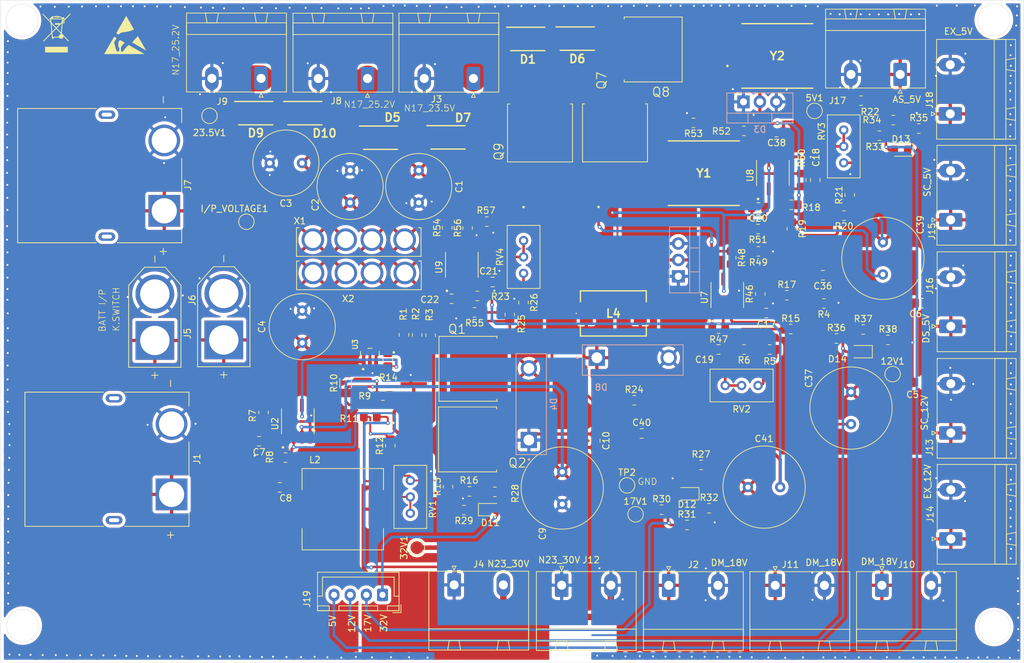
<source format=kicad_pcb>
(kicad_pcb (version 20241229) (generator "pcbnew") (generator_version "9.0")
  (layers (0 "F.Cu" signal) (2 "B.Cu" signal) (13 "F.Paste" user) (15 "B.Paste" user) (5 "F.SilkS" user "F.Silkscreen") (7 "B.SilkS" user "B.Silkscreen") (1 "F.Mask" user) (3 "B.Mask" user) (25 "Edge.Cuts" user))
  (net 0 "")
  (net 1 "+22.2V")
  (net 2 "GND")
  (net 3 "Net-(U2-RT{slash}CT)")
  (net 4 "Net-(U2-COMP)")
  (net 5 "Net-(U2-VFS)")
  (net 6 "Net-(C10-Pad2)")
  (net 7 "Net-(U7-RT{slash}CT)")
  (net 8 "Net-(U7-COMP)")
  (net 9 "Net-(U7-VFS)")
  (net 10 "+5V")
  (net 11 "+12V")
  (net 12 "P1+")
  (net 13 "P2+")
  (net 14 "Net-(Q1-Pad1)")
  (net 15 "Net-(Q7-Pad1)")
  (net 16 "Net-(U3-OUT)")
  (net 17 "Net-(U2-VREF)")
  (net 18 "Net-(U2-ISENSE)")
  (net 19 "Net-(R12-Pad1)")
  (net 20 "Net-(U3-IN+)")
  (net 21 "Net-(U2-OUT)")
  (net 22 "Net-(U7-VREF)")
  (net 23 "Net-(U7-OUT)")
  (net 24 "Net-(U7-ISENSE)")
  (net 25 "0'V")
  (net 26 "Net-(D2-Pad2)")
  (net 27 "Net-(D3-Pad2)")
  (net 28 "Net-(D4-A)")
  (net 29 "Net-(D8-K)")
  (net 30 "Net-(D1-K)")
  (net 31 "Net-(D1-A)")
  (net 32 "Net-(D5-A)")
  (net 33 "Net-(D5-K)")
  (net 34 "Net-(D10-K)")
  (net 35 "Net-(D9-K)")
  (net 36 "Net-(U8-RT{slash}CT)")
  (net 37 "Net-(U8-COMP)")
  (net 38 "Net-(U8-VFS)")
  (net 39 "Net-(U9-RT{slash}CT)")
  (net 40 "Net-(U9-COMP)")
  (net 41 "Net-(U9-VFS)")
  (net 42 "Net-(Q8-Pad1)")
  (net 43 "Net-(Q9-Pad1)")
  (net 44 "Net-(R5-Pad1)")
  (net 45 "Net-(U8-ISENSE)")
  (net 46 "Net-(R20-Pad1)")
  (net 47 "Net-(U9-ISENSE)")
  (net 48 "Net-(R25-Pad1)")
  (net 49 "Net-(U8-VREF)")
  (net 50 "Net-(U8-OUT)")
  (net 51 "Net-(U9-VREF)")
  (net 52 "Net-(U9-OUT)")
  (net 53 "0''V")
  (net 54 "0V")
  (net 55 "+17V")
  (net 56 "32V")
  (net 57 "3.3V1")
  (net 58 "Net-(D11-K)")
  (net 59 "3.3V2")
  (net 60 "Net-(D12-K)")
  (net 61 "3.3V4")
  (net 62 "Net-(D13-K)")
  (net 63 "3.3V3")
  (net 64 "Net-(D14-K)")
  (footprint "Resistor_SMD:R_0805_2012Metric_Pad1.20x1.40mm_HandSolder" (layer "F.Cu") (at 185.1 80.669294)
    (property "Reference" "R15")
    (property "Value" "10k")
  )
  (footprint "Resistor_SMD:R_0805_2012Metric_Pad1.20x1.40mm_HandSolder" (layer "F.Cu") (at 135.37 105.819294)
    (property "Reference" "R16")
    (property "Value" "91k")
  )
  (footprint "Resistor_SMD:R_0805_2012Metric_Pad1.20x1.40mm_HandSolder" (layer "F.Cu") (at 200.99 48.289294)
    (property "Reference" "R34")
    (property "Value" "5.23k")
  )
  (footprint "Resistor_SMD:R_0805_2012Metric_Pad1.20x1.40mm_HandSolder" (layer "F.Cu") (at 141.61 78.429294 -90)
    (property "Reference" "R25")
    (property "Value" "1k")
  )
  (footprint "Capacitor_SMD:C_0805_2012Metric_Pad1.18x1.45mm_HandSolder" (layer "F.Cu") (at 188.9 57.579294 90)
    (property "Reference" "C18")
    (property "Value" "2.2n")
  )
  (footprint "KiCad_2:INDPM110100X400N" (layer "F.Cu") (at 171.65 56.509294)
    (property "Reference" "Y1")
    (property "Value" "AMDLA1004S-150MT" (hide yes))
  )
  (footprint "Capacitor_SMD:C_0805_2012Metric_Pad1.18x1.45mm_HandSolder" (layer "F.Cu") (at 205.4075 76.644294 180)
    (property "Reference" "C6")
    (property "Value" "100n")
  )
  (footprint "Resistor_SMD:R_0805_2012Metric_Pad1.20x1.40mm_HandSolder" (layer "F.Cu") (at 186.75 57.569294 90)
    (property "Reference" "R50")
    (property "Value" "10k")
  )
  (footprint "Capacitor_THT:C_Radial_D10.0mm_H20.0mm_P5.00mm" (layer "F.Cu") (at 127.51 56.079294 -90)
    (property "Reference" "C1")
    (property "Value" "470u")
  )
  (footprint "Resistor_SMD:R_0805_2012Metric_Pad1.20x1.40mm_HandSolder" (layer "F.Cu") (at 198.83 50.709294)
    (property "Reference" "R33")
    (property "Value" "10k")
  )
  (footprint "Resistor_SMD:R_0805_2012Metric_Pad1.20x1.40mm_HandSolder" (layer "F.Cu") (at 194.24 59.899294 90)
    (property "Reference" "R21")
    (property "Value" "2.2k")
  )
  (footprint "Resistor_SMD:R_0805_2012Metric" (layer "F.Cu") (at 190.24 76.689294)
    (property "Reference" "R4")
    (property "Value" "100m")
  )
  (footprint "Resistor_SMD:R_0805_2012Metric_Pad1.20x1.40mm_HandSolder" (layer "F.Cu") (at 180.39 75.219294 90)
    (property "Reference" "R46")
    (property "Value" "10k")
  )
  (footprint "UC2843AD8:SOIC127P599X175-8N" (layer "F.Cu") (at 134.18 70.694294 90)
    (property "Reference" "U9")
    (property "Value" "UC2843AD8")
  )
  (footprint "TestPointPretty:TestPoint_Pad_D2.0mm" (layer "F.Cu") (at 127.23 114.529294 90)
    (property "Reference" "32V1")
    (property "Value" "32V")
  )
  (footprint "KiCad:DIOM5336X250N" (layer "F.Cu") (at 132.04 50.959294)
    (property "Reference" "D7")
    (property "Value" "B340B-13-F" (hide yes))
  )
  (footprint "Resistor_SMD:R_1206_3216Metric_Pad1.30x1.75mm_HandSolder" (layer "F.Cu") (at 116.19 89.029294 90)
    (property "Reference" "R10")
    (property "Value" "0.05R")
  )
  (footprint "Capacitor_SMD:C_0805_2012Metric_Pad1.18x1.45mm_HandSolder" (layer "F.Cu") (at 102.79 98.039294 180)
    (property "Reference" "C7")
    (property "Value" "2.2n")
  )
  (footprint "LED_SMD:LED_0805_2012Metric_Pad1.15x1.40mm_HandSolder" (layer "F.Cu") (at 195.8775 84.169294 180)
    (property "Reference" "D14")
    (property "Value" "LED")
  )
  (footprint "Resistor_SMD:R_0805_2012Metric_Pad1.20x1.40mm_HandSolder" (layer "F.Cu") (at 123.11 98.729294 90)
    (property "Reference" "R12")
    (property "Value" "1k")
  )
  (footprint "UCC27517DBVR:SOT95P280X145-5N" (layer "F.Cu") (at 119.95 84.454294 90)
    (property "Reference" "U3")
    (property "Value" "UCC27517DBVR")
  )
  (footprint "Resistor_SMD:R_0805_2012Metric" (layer "F.Cu") (at 171.22 101.719294)
    (property "Reference" "R27")
    (property "Value" "100m")
  )
  (footprint "Capacitor_SMD:C_0805_2012Metric_Pad1.18x1.45mm_HandSolder" (layer "F.Cu") (at 154.84 97.959294 -90)
    (property "Reference" "C10")
    (property "Value" "100n")
  )
  (footprint "Resistor_SMD:R_0805_2012Metric_Pad1.20x1.40mm_HandSolder" (layer "F.Cu") (at 169.0425 111.019294)
    (property "Reference" "R31")
    (property "Value" "10.5k")
  )
  (footprint "Capacitor_SMD:C_0805_2012Metric_Pad1.18x1.45mm_HandSolder" (layer "F.Cu") (at 132.59 75.969294 180)
    (property "Reference" "C22")
    (property "Value" "1n")
  )
  (footprint "Resistor_SMD:R_0805_2012Metric" (layer "F.Cu") (at 195.99 45.269294)
    (property "Reference" "R22")
    (property "Value" "100m")
  )
  (footprint "Resistor_SMD:R_0805_2012Metric_Pad1.20x1.40mm_HandSolder" (layer "F.Cu") (at 122.72 85.409294 90)
    (property "Reference" "R14")
    (property "Value" "100")
  )
  (footprint "TestPointPretty:TestPoint_Pad_D2.0mm" (layer "F.Cu") (at 95.11 47.619294)
    (property "Reference" "23.5V1")
    (property "Value" "TestPoint")
  )
  (footprint "Capacitor_SMD:C_0805_2012Metric_Pad1.18x1.45mm_HandSolder" (layer "F.Cu") (at 105.99 105.179294)
    (property "Reference" "C8")
    (property "Value" "1n")
  )
  (footprint "Potentiometer_THT:Potentiometer_Bourns_3296W_Vertical" (layer "F.Cu") (at 126.21 109.209294 -90)
    (property "Reference" "RV1")
    (property "Value" "5k")
  )
  (footprint "Capacitor_SMD:C_0805_2012Metric_Pad1.18x1.45mm_HandSolder" (layer "F.Cu") (at 162.03 96.839294)
    (property "Reference" "C40")
    (property "Value" "100n")
  )
  (footprint "Connector_Phoenix_GMSTB:PhoenixContact_GMSTBA_2,5_2-G-7,62_1x02_P7.62mm_Horizontal" (layer "F.Cu") (at 209.8925 96.759294 90)
    (property "Reference" "J13")
    (property "Value" "Conn_01x02")
  )
  (footprint "Resistor_SMD:R_0805_2012Metric_Pad1.20x1.40mm_HandSolder" (layer "F.Cu") (at 170.05 48.719294 180)
    (property "Reference" "R53")
    (property "Value" "20k")
  )
  (footprint "Resistor_SMD:R_0805_2012Metric_Pad1.20x1.40mm_HandSolder" (layer "F.Cu") (at 172.4725 108.419294)
    (property "Reference" "R32")
    (property "Value" "100")
  )
  (footprint "Connector_Phoenix_GMSTB:PhoenixContact_GMSTBA_2,5_2-G-7,62_1x02_P7.62mm_Horizontal" (layer "F.Cu") (at 103.1 41.816794 180)
    (property "Reference" "J9")
    (property "Value" "Conn_01x02")
  )
  (footprint "TestPointPretty:TestPoint_Pad_D2.0mm" (layer "F.Cu") (at 159.76 104.879294)
    (property "Reference" "TP2")
    (property "Value" "GND")
  )
  (footprint "Resistor_SMD:R_0805_2012Metric_Pad1.20x1.40mm_HandSolder" (layer "F.Cu") (at 196.33 80.729294)
    (property "Reference" "R37")
    (property "Value" "3.6k")
  )
  (footprint "Resistor_SMD:R_0805_2012Metric_Pad1.20x1.40mm_HandSolder" (layer "F.Cu") (at 185.19 61.409294)
    (property "Reference" "R18")
    (property "Value" "1k")
  )
  (footprint "KiCad:DIOM5336X250N" (layer "F.Cu") (at 102.28 47.209294)
    (property "Reference" "D9")
    (property "Value" "B340B-13-F" (hide yes))
  )
  (footprint "Resistor_SMD:R_0805_2012Metric_Pad1.20x1.40mm_HandSolder" (layer "F.Cu") (at 200.17 82.339294)
    (property "Reference" "R38")
    (property "Value" "100")
  )
  (footprint "Capacitor_THT:C_Radial_D12.5mm_H20.0mm_P5.00mm" (layer "F.Cu") (at 199.38 67.199294 -90)
    (property "Reference" "C39")
    (property "Value" "1000u")
  )
  (footprint "Connector_Phoenix_GMSTB:PhoenixContact_GMSTBA_2,5_2-G-7,62_1x02_P7.62mm_Horizontal" (layer "F.Cu") (at 209.8025 47.319294 90)
    (property "Reference" "J18")
    (property "Value" "Conn_01x02")
  )
  (footprint "Connector_Phoenix_GMSTB:PhoenixContact_GMSTBA_2,5_2-G-7,62_1x02_P7.62mm_Horizontal" (layer "F.Cu") (at 166.22 120.369294)
    (property "Reference" "J2")
    (property "Value" "Conn_01x02")
  )
  (footprint "Resistor_SMD:R_0805_2012Metric_Pad1.20x1.40mm_HandSolder" (layer "F.Cu") (at 136.15 78.079294 180)
    (property "Reference" "R55")
    (property "Value" "100k")
  )
  (footprint "LED_SMD:LED_0805_2012Metric_Pad1.15x1.40mm_HandSolder" (layer "F.Cu") (at 169.05 106.179294 180)
    (property "Reference" "D12")
    (property "Value" "LED")
  )
  (footprint "3522-2:FUSE_3522-2" (layer "F.Cu") (at 118.22 67.179294)
    (property "Reference" "X1")
    (property "Value" "3522-2")
  )
  (footprint "Connector_JST:JST_XH_B4B-XH-A_1x04_P2.50mm_Vertical" (layer "F.Cu") (at 121.9 121.849294 180)
    (property "Reference" "J19")
    (property "Value" "Conn_01x04")
  )
  (footprint "KiCad_1:AMSLA1050100NMT" (layer "F.Cu") (at 157.64 78.239294)
    (property "Reference" "L4")
    (property "Value" "AMSLA-1050-100NM-T" (hide yes))
  )
  (footprint "TestPoint:TestPoint_Pad_D2.0mm" (layer "F.Cu") (at 161.08 109.359294)
    (property "Reference" "17V1")
    (property "Value" "17V")
  )
  (footprint "Symbol:WEEE-Logo_4.2x6mm_SilkScreen" (layer "F.Cu") (at 71.43 34.78)
    (property "Reference" "REF**" (hide yes))
    (property "Value" "WEEE-Logo_4.2x6mm_SilkScreen" (hide yes))
  )
  (footprint "XT60-M:AMASS_XT60-M" (layer "F.Cu") (at 86.65 78.829294 90)
    (property "Reference" "J5")
    (property "Value" "XT60-M")
  )
  (footprint "Capacitor_SMD:C_0805_2012Metric_Pad1.18x1.45mm_HandSolder" (layer "F.Cu") (at 180.09 61.819294 180)
    (property "Reference" "C20")
    (property "Value" "1n")
  )
  (footprint "Resistor_SMD:R_0805_2012Metric_Pad1.20x1.40mm_HandSolder" (layer "F.Cu") (at 175.89 69.599294 -90)
    (property "Reference" "R48")
    (property "Value" "22R")
  )
  (footprint "TestPointPretty:TestPoint_Pad_D2.0mm" (layer "F.Cu") (at 100.83 64.029294)
    (property "Reference" "I/P_VOLTAGE1")
    (property "Value" "25.2V")
  )
  (footprint "Capacitor_THT:C_Radial_D12.5mm_H20.0mm_P5.00mm" (layer "F.Cu") (at 149.73 107.789294 90)
    (property "Reference" "C9")
    (property "Value" "1000u")
  )
  (footprint "Potentiometer_THT:Potentiometer_Bourns_3296W_Vertical" (layer "F.Cu") (at 193.31 49.819294 90)
    (property "Reference" "RV3")
    (property "Value" "200k")
  )
  (footprint "Capacitor_SMD:C_0805_2012Metric_Pad1.18x1.45mm_HandSolder" (layer "F.Cu") (at 173.92 83.819294 180)
    (property "Reference" "C19")
    (property "Value" "1n")
  )
  (footprint "Capacitor_SMD:C_0805_2012Metric_Pad1.18x1.45mm_HandSolder" (layer "F.Cu") (at 204.9775 88.914294 180)
    (property "Reference" "C5")
    (property "Value" "100n")
  )
  (footprint "Capacitor_THT:C_Radial_D10.0mm_H20.0mm_P5.00mm" (layer "F.Cu") (at 109.44 54.939294 180)
    (property "Reference" "C3")
    (property "Value" "470u")
  )
  (footprint "Resistor_SMD:R_0805_2012Metric_Pad1.20x1.40mm_HandSolder" (layer "F.Cu") (at 193.36 63.079294 180)
    (property "Reference" "R20")
    (property "Value" "9.1k")
  )
  (footprint "Symbol:ESD-Logo_6.6x6mm_SilkScreen" (layer "F.Cu") (at 82.06 35.09)
    (property "Reference" "REF**" (hide yes))
    (property "Value" "ESD-Logo_6.6x6mm_SilkScreen" (hide yes))
  )
  (footprint "KiCad:DIOM5336X250N" (layer "F.Cu") (at 109.87 47.209294)
    (property "Reference" "D10")
    (property "Value" "B340B-13-F" (hide yes))
  )
  (footprint "TestPoint:TestPoint_Pad_D2.0mm" (layer "F.Cu") (at 188.79 46.859294)
    (property "Reference" "5V1")
    (property "Value" "5V")
  )
  (footprint "Resistor_SMD:R_0805_2012Metric_Pad1.20x1.40mm_HandSolder" (layer "F.Cu") (at 204.93 49.589294)
    (property "Reference" "R35")
    (property "Value" "100")
  )
  (footprint "Resistor_SMD:R_0805_2012Metric_Pad1.20x1.40mm_HandSolder" (layer "F.Cu") (at 136.59 75.529294)
    (property "Reference" "R23")
    (property "Value" "1k")
  )
  (footprint "Capacitor_THT:C_Radial_D12.5mm_H20.0mm_P5.00mm" (layer "F.Cu") (at 178.48 105.149294)
    (property "Reference" "C41")
    (property "Value" "1000u")
  )
  (footprint "XT90PW-F (1):AMASS_XT90PW-F" (layer "F.Cu") (at 79.21 56.889294 -90)
    (property "Reference" "J7")
    (property "Value" "XT90PW-F")
  )
  (footprint "Resistor_SMD:R_0805_2012Metric_Pad1.20x1.40mm_HandSolder" (layer "F.Cu") (at 129.35 81.619294 90)
    (property "Reference" "R3")
    (property "Value" "100k")
  )
  (footprint "Resistor_SMD:R_0805_2012Metric_Pad1.20x1.40mm_HandSolder" (layer "F.Cu") (at 125.23 81.559294 -90)
    (property "Reference" "R1")
    (property "Value" "22R")
  )
  (footprint "TestPoint:TestPoint_Pad_D2.0mm" (layer "F.Cu") (at 200.88 87.639294)
    (property "Reference" "12V1")
    (property "Value" "12V")
  )
  (footprint "Resistor_SMD:R_0805_2012Metric_Pad1.20x1.40mm_HandSolder" (layer "F.Cu") (at 180.1 68.619294)
    (property "Reference" "R49")
    (property "Value" "20k")
  )
  (footprint "Connector_Phoenix_GMSTB:PhoenixContact_GMSTBA_2,5_2-G-7,62_1x02_P7.62mm_Horizontal" (layer "F.Cu") (at 199.22 120.359294)
    (property "Reference" "J10")
    (property "Value" "Conn_01x02")
  )
  (footprint "Resistor_SMD:R_0805_2012Metric_Pad1.20x1.40mm_HandSolder" (layer "F.Cu") (at 127.26 81.579294 90)
    (property "Reference" "R2")
    (property "Value" "100k")
  )
  (footprint "UC2843AD8:SOIC127P599X175-8N" (layer "F.Cu") (at 182.345 56.469294 90)
    (property "Reference" "U8")
    (property "Value" "UC2843AD8")
  )
  (footprint "Resistor_SMD:R_0805_2012Metric_Pad1.20x1.40mm_HandSolder" (layer "F.Cu") (at 181.85 83.819294)
    (property "Reference" "R5")
    (property "Value" "2.2k")
  )
  (footprint "KiCad:DIOM5336X250N" (layer "F.Cu") (at 152.05 35.659294)
    (property "Reference" "D6")
    (property "Value" "B340B-13-F" (hide yes))
  )
  (footprint "Resistor_SMD:R_0805_2012Metric_Pad1.20x1.40mm_HandSolder" (layer "F.Cu") (at 177.85 49.959294)
    (property "Reference" "R52")
    (property "Value" "22R")
  )
  (footprint "Connector_Phoenix_GMSTB:PhoenixContact_GMSTBA_2,5_2-G-7,62_1x02_P7.62mm_Horizontal" (layer "F.Cu") (at 202.05 41.206794 180)
    (property "Reference" "J17")
    (property "Value" "Conn_01x02")
  )
  (footprint "IPB057N06N:TO254P1524X457-3N" (layer "F.Cu") (at 132.93 97.759294)
    (property "Reference" "Q2")
    (property "Value" "IRF1405")
  )
  (footprint "Resistor_SMD:R_0805_2012Metric_Pad1.20x1.40mm_HandSolder" (layer "F.Cu") (at 173.95 80.599294 180)
    (property "Reference" "R47")
    (property "Value" "100k")
  )
  (footprint "Resistor_SMD:R_0805_2012Metric_Pad1.20x1.40mm_HandSolder" (layer "F.Cu") (at 143.73 76.549294 -90)
    (property "Reference" "R26")
    (property "Value" "1k")
  )
  (footprint "Resistor_SMD:R_0805_2012Metric_Pad1.20x1.40mm_HandSolder" (layer "F.Cu") (at 103.48 93.589294 90)
    (property "Reference" "R7")
    (property "Value" "10k")
  )
  (footprint "Resistor_SMD:R_0805_2012Metric_Pad1.20x1.40mm_HandSolder" (layer "F.Cu") (at 120.01 94.259294)
    (property "Reference" "R11")
    (property "Value" "10k")
  )
  (footprint "Capacitor_SMD:C_0805_2012Metric_Pad1.18x1.45mm_HandSolder" (layer "F.Cu") (at 181.32 78.169294)
    (property "Reference" "C17")
    (property "Value" "2.2n")
  )
  (footprint "LED_SMD:LED_0805_2012Metric_Pad1.15x1.40mm_HandSolder" (layer "F.Cu") (at 138.6025 108.639294)
    (property "Reference" "D11")
    (property "Value" "LED")
  )
  (footprint "Resistor_SMD:R_0805_2012Metric_Pad1.20x1.40mm_HandSolder" (layer "F.Cu") (at 165.1125 108.649294)
    (property "Reference" "R30")
    (property "Value" "43k")
  )
  (footprint "Resistor_SMD:R_0805_2012Metric_Pad1.20x1.40mm_HandSolder" (layer "F.Cu") (at 160.87 91.689294)
    (property "Reference" "R24")
    (property "Value" "10k")
  )
  (footprint "Potentiometer_THT:Potentiometer_Bourns_3296W_Vertical" (layer "F.Cu") (at 174.96 89.409294 180)
    (property "Reference" "RV2")
    (property "Value" "1.1k")
  )
  (footprint "Resistor_SMD:R_0805_2012Metric_Pad1.20x1.40mm_HandSolder" (layer "F.Cu") (at 131.91 64.969294 -90)
    (property "Reference" "R54")
    (property "Value" "10k")
  )
  (footprint "KiCad:DIOM5336X250N" (layer "F.Cu") (at 144.4 35.709294)
    (property "Reference" "D1")
    (property "Value" "B340B-13-F" (hide yes))
  )
  (footprint "Resistor_SMD:R_0805_2012Metric_Pad1.20x1.40mm_HandSolder" (layer "F.Cu") (at 138.05 64.009294)
    (property "Reference" "R57")
    (property "Value" "20k")
  )
  (footprint "Resistor_SMD:R_0805_2012Metric_Pad1.20x1.40mm_HandSolder" (layer "F.Cu") (at 121.96 90.979294)
    (property "Reference" "R9")
    (property "Value" "1k")
  )
  (footprint "Resistor_SMD:R_0805_2012Metric_Pad1.20x1.40mm_HandSolder" (layer "F.Cu") (at 106.88 100.579294)
    (property "Reference" "R8")
    (property "Value" "100k")
  )
  (footprint "Connector_Phoenix_GMSTB:PhoenixContact_GMSTBA_2,5_2-G-7,62_1x02_P7.62mm_Horizontal" (layer "F.Cu") (at 135.98 41.836794 180)
    (property "Reference" "J3")
    (property "Value" "Conn_01x02")
  )
  (footprint "Connector_Phoenix_GMSTB:PhoenixContact_GMSTBA_2,5_2-G-7,62_1x02_P7.62mm_Horizontal" (layer "F.Cu") (at 209.8625 63.739294 90)
    (property "Reference" "J15")
    (property "Value" "Conn_01x02")
  )
  (footprint "IPB057N06N:TO254P1524X457-3N" (layer "F.Cu") (at 146.29 52.416794 90)
    (property "Reference" "Q9")
    (property "Value" "IRF1405")
  )
  (footprint "Resistor_SMD:R_0805_2012Metric_Pad1.20x1.40mm_HandSolder" (layer "F.Cu") (at 177.88 83.829294 180)
    (property "Reference" "R6")
    (property "Value" "2.2k")
  )
  (footprint "KiCad_2:INDPM110100X400N" (layer "F.Cu") (at 183.03 38.339294)
    (property "Reference" "Y2")
    (property "Value" "AMDLA1004S-150MT" (hide yes))
  )
  (footprint "Connector_Phoenix_GMSTB:PhoenixContact_GMSTBA_2,5_2-G-7,62_1x02_P7.62mm_Horizontal" (layer "F.Cu") (at 209.8925 80.239294 90)
    (property "Reference" "J16")
    (property "Value" "Conn_01x02")
  )
  (footprint "Capacitor_SMD:C_0805_2012Metric_Pad1.18x1.45mm_HandSolder" (layer "F.Cu") (at 182.92 50.129294 180)
    (property "Reference" "C38")
    (property "Value" "100n")
  )
  (footprint "UC2843AD8:SOIC127P599X175-8N" (layer "F.Cu") (at 175.285 75.379294 90)
    (property "Reference" "U7")
    (property "Value" "UC2843AD8")
  )
  (footprint "Capacitor_THT:C_Radial_D12.5mm_H20.0mm_P5.00mm" (layer "F.Cu") (at 194.44 90.399294 -90)
    (property "Reference" "C37")
    (property "Value" "1000u")
  )
  (footprint "IPB057N06N:TO254P1524X457-3N" (layer "F.Cu") (at 157.9 52.399294 90)
    (property "Reference" "Q7")
    (property "Value" "IRF1405")
  )
  (footprint "Resistor_SMD:R_0805_2012Metric_Pad1.20x1.40mm_HandSolder" (layer "F.Cu") (at 134.51 108.709294 180)
    (property "Reference" "R29")
    (property "Value" "100")
  )
  (footprint "Resistor_SMD:R_0805_2012Metric_Pad1.20x1.40mm_HandSolder" (layer "F.Cu") (at 185.28 65.119294 90)
    (property "Reference" "R19")
    (property "Value" "10k")
  )
  (footprint "Resistor_SMD:R_0805_2012Metric_Pad1.20x1.40mm_HandSolder" (layer "F.Cu") (at 180.04 65.159294 180)
    (property "Reference" "R51")
    (property "Value" "100k")
  )
  (footprint "Capacitor_SMD:C_0805_2012Metric_Pad1.18x1.45mm_HandSolder" (layer "F.Cu") (at 190.08 72.319294 180)
    (property "Reference" "C36")
    (property "Value" "100n")
  )
  (footprint "Resistor_SMD:R_0805_2012Metric_Pad1.20x1.40mm_HandSolder" (layer "F.Cu") (at 192.18 82.119294)
    (property "Reference" "R36")
    (property "Value" "9.1k")
  )
  (footprint "Capacitor_THT:C_Radial_D10.0mm_H20.0mm_P5.00mm" (layer "F.Cu") (at 109.47 82.799294 90)
    (property "Reference" "C4")
    (property "Value" "470u")
  )
  (footprint "Connector_Phoenix_GMSTB:PhoenixContact_GMSTBA_2,5_2-G-7,62_1x02_P7.62mm_Horizontal" (layer "F.Cu") (at 119.58 41.836794 180)
    (property "Reference" "J8")
    (property "Value" "Conn_01x02")
  )
  (footprint "Resistor_SMD:R_0805_2012Metric_Pad1.20x1.40mm_HandSolder" (layer "F.Cu") (at 135.07 64.999294 -90)
    (property "Reference" "R56")
    (property "Value" "22R")
  )
  (footprint "3522-2:FUSE_3522-2" (layer "F.Cu") (at 118.25 72.339294)
    (property "Reference" "X2")
    (property "Value" "3522-2")
  )
  (footprint "Connector_Phoenix_GMSTB:PhoenixContact_GMSTBA_2,5_2-G-7,62_1x02_P7.62mm_Horizontal" (layer "F.Cu") (at 209.9025 113.179294 90)
    (property "Reference" "J14")
    (property "Value" "Conn_01x02")
  )
  (footprint "IPB057N06N:TO254P1524X457-3N" (layer "F.Cu") (at 132.9925 86.819294)
    (property "Reference" "Q1")
    (property "Value" "IRF1405")
  )
  (footprint "IPB057N06N:TO254P1524X457-3N" (layer "F.Cu") (at 165.9475 37.339294 180)
    (property "Reference" "Q8")
    (property "Value" "IRF1405")
  )
  (footprint "Connector_Phoenix_GMSTB:PhoenixContact_GMSTBA_2,5_2-G-7,62_1x02_P7.62mm_Horizontal" (layer "F.Cu") (at 182.7 120.369294)
    (property "Reference" "J11")
    (property "Value" "Conn_01x02")
  )
  (footprint "Resistor_SMD:R_0805_2012Metric_Pad1.20x1.40mm_HandSolder" (layer "F.Cu") (at 132.04 105.079294 90)
    (property "Reference" "R13")
    (property "Value" "1k")
  )
  (footprint "Resistor_SMD:R_0805_2012Metric_Pad1.20x1.40mm_HandSolder" (layer "F.Cu") (at 184.5 75.419294)
    (property "Reference" "R17")
    (property "Value" "1k")
  )
  (footprint "SRP1265C_4R7M:IND_SRP1265C-4R7M" (layer "F.Cu") (at 115.75 108.569294)
    (property "Reference" "L2")
    (property "Value" "SRP1265C-4R7M")
  )
  (footprint "Resistor_SMD:R_0805_2012Metric_Pad1.20x1.40mm_HandSolder" (layer "F.Cu") (at 139.3 105.889294)
    (property "Reference" "R28")
    (property "Value" "10.5k")
  )
  (footprint "Connector_Phoenix_GMSTB:PhoenixContact_GMSTBA_2,5_2-G-7,62_1x02_P7.62mm_Horizontal" (layer "F.Cu") (at 149.64 120.349294)
    (property "Reference" "J12")
    (property "Value" "Conn_01x02")
  )
  (footprint "LED_SMD:LED_0805_2012Metric_Pad1.15x1.40mm_HandSolder" (layer "F.Cu") (at 202.1775 52.919294 180)
    (property "Reference" "D13")
    (property "Value" "LED")
  )
  (footprint "Connector_Phoenix_GMSTB:PhoenixContact_GMSTBA_2,5_2-G-7,62_1x02_P7.62mm_Horizontal" (layer "F.Cu") (at 132.99 120.299294)
    (property "Reference" "J4")
    (property "Value" "Conn_01x02")
  )
  (footprint "Capacitor_SMD:C_0805_2012Metric_Pad1.18x1.45mm_HandSolder" (layer "F.Cu") (at 138.96 73.369294)
    (property "Reference" "C21")
    (property "Value" "2.2n")
  )
  (footprint "Potentiometer_THT:Potentiometer_Bourns_3296W_Vertical" (layer "F.Cu") (at 143.74 66.949294 90)
    (property "Reference" "RV4")
    (property "Value" "5k")
  )
  (footprint "Capacitor_THT:C_Radial_D10.0mm_H20.0mm_P5.00mm" (layer "F.Cu") (at 116.88 61.069294 90)
    (property "Reference" "C2")
    (property "Value" "470u")
  )
  (footprint "XT60-M:AMASS_XT60-M" (layer "F.Cu") (at 97.32 78.749294 90)
    (property "Reference" "J6")
    (property "Value" "XT60-M")
  )
  (footprint "KiCad:DIOM5336X250N" (layer "F.Cu") (at 121.6 51.009294)
    (property "Reference" "D5")
    (property "Value" "B340B-13-F" (hide yes))
  )
  (footprint "XT90PW-F (1):AMASS_XT90PW-F" (layer "F.Cu") (at 80.34 100.829294 -90)
    (property "Reference" "J1")
    (property "Value" "XT90PW-F")
  )
  (footprint "UC2843AD8:SOIC127P599X175-8N" (layer "F.Cu") (at 108.79 94.949294 90)
    (property "Reference" "U2")
    (property "Value" "UC2843AD8")
  )
  (footprint "RURG8060-F085:TO1112P1562X470X2475-2" (layer "B.Cu") (at 144.92 92.299294 90)
    (property "Reference" "D4")
    (property "Value" "D_Schottky")
  )
  (footprint "RURG8060-F085:TO1112P1562X470X2475-2" (layer "B.Cu") (at 160.6475 85.459294)
    (property "Reference" "D8")
    (property "Value" "D_Schottky")
  )
  (footprint "Package_TO_SOT_THT:TO-220-3_Vertical" (layer "B.Cu") (at 177.79 45.454294)
    (property "Reference" "D3")
    (property "Value" "MBR2030CT")
  )
  (footprint "Package_TO_SOT_THT:TO-220-3_Vertical" (layer "B.Cu") (at 167.705 72.489294 90)
    (property "Reference" "D2" (hide yes))
    (property "Value" "MBR2030CT")
  )
  (gr_circle (center 66.08 32.809294) (end 68.58 32.809294) (stroke (width 0.05)) (fill no) (layer "Edge.Cuts"))
  (gr_circle (center 216.59 126.829294) (end 219.09 126.829294) (stroke (width 0.05)) (fill no) (layer "Edge.Cuts"))
  (gr_rect (start 62.78 29.699294) (end 221.17 132.399294) (stroke (width 0.05)) (fill no) (layer "Edge.Cuts"))
  (gr_circle (center 216.54 32.739294) (end 219.04 32.739294) (stroke (width 0.05)) (fill no) (layer "Edge.Cuts"))
  (gr_circle (center 66.19 126.609294) (end 68.69 126.609294) (stroke (width 0.05)) (fill no) (layer "Edge.Cuts"))
  (gr_text "EX_12V\n" (at 206.88 107.1 90) (layer "F.SilkS") (effects (font (size 1 1)) (justify left bottom)))
  (gr_text "EX_5V\n" (at 208.75 35.12 0) (layer "F.SilkS") (effects (font (size 1 1)) (justify left bottom)))
  (gr_text "SC_5V" (at 206.83 60.26 90) (layer "F.SilkS") (effects (font (size 1 1)) (justify left bottom)))
  (gr_text "N17_25.2V\n" (at 115.86 46.44 0) (layer "F.SilkS") (effects (font (size 1 1) (thickness 0.1)) (justify left bottom)))
  (gr_text "32V\n" (at 122.69 127.72 90) (layer "F.SilkS") (effects (font (size 1 1)) (justify left bottom)))
  (gr_text "DM_18V" (at 172.64 117.459294 0) (layer "F.SilkS") (effects (font (size 1 1)) (justify left bottom)))
  (gr_text "BATT I/P" (at 79.11 81.1705 90) (layer "F.SilkS") (effects (font (size 1 1) (thickness 0.1)) (justify left bottom)))
  (gr_text "12V" (at 117.74 127.81 90) (layer "F.SilkS") (effects (font (size 1 1)) (justify left bottom)))
  (gr_text "N23_30V\n" (at 138.04 117.62 0) (layer "F.SilkS") (effects (font (size 1 1)) (justify left bottom)))
  (gr_text "AS_5V" (at 200.78 45.66 0) (layer "F.SilkS") (effects (font (size 1 1)) (justify left bottom)))
  (gr_text "DM_18V\n" (at 187.3 117.43 0) (layer "F.SilkS") (effects (font (size 1 1)) (justify left bottom)))
  (gr_text "N17_23.5V\n" (at 125.17 47.02 0) (layer "F.SilkS") (effects (font (size 1 1) (thickness 0.1)) (justify left bottom)))
  (gr_text "DS_5V\n" (at 206.64 82.97 90) (layer "F.SilkS") (effects (font (size 1 1)) (justify left bottom)))
  (gr_text "GND" (at 161.33 104.879294 0) (layer "F.SilkS") (effects (font (size 1 1) (thickness 0.1)) (justify left bottom)))
  (gr_text "17V" (at 120.22 127.74 90) (layer "F.SilkS") (effects (font (size 1 1)) (justify left bottom)))
  (gr_text "DM_18V" (at 195.87 117.28 0) (layer "F.SilkS") (effects (font (size 1 1)) (justify left bottom)))
  (gr_text "5V" (at 114.76 126.91 90) (layer "F.SilkS") (effects (font (size 1 1)) (justify left bottom)))
  (gr_text "N23_30V\n" (at 145.92 117.02 0) (layer "F.SilkS") (effects (font (size 1 1)) (justify left bottom)))
  (gr_text "N17_25.2V\n" (at 90.48 41.45 90) (layer "F.SilkS") (effects (font (size 1 1) (thickness 0.1)) (justify left bottom)))
  (gr_text "SC_12V" (at 206.4 96.459294 90) (layer "F.SilkS") (effects (font (size 1 1)) (justify left bottom)))
  (gr_text "K.SWITCH" (at 81.25 81.09 90) (layer "F.SilkS") (effects (font (size 1 1) (thickness 0.1)) (justify left bottom)))
  (segment (start 174.75 73.009294) (end 174.65 72.909294) (width 0.4) (layer "F.Cu") (net 1))
  (segment (start 181.71 55.719294) (end 181.72 55.729294) (width 0.4) (layer "F.Cu") (net 1))
  (segment (start 181.71 53.999294) (end 181.71 55.719294) (width 0.4) (layer "F.Cu") (net 1))
  (segment (start 174.75 74.745764) (end 174.75 73.009294) (width 0.4) (layer "F.Cu") (net 1))
  (via (at 157.49 62.627029) (size 0.6) (drill 0.3) (layers "F.Cu" "B.Cu") (net 1))
  (via (at 174.75 74.745764) (size 0.6) (drill 0.3) (layers "F.Cu" "B.Cu") (net 1))
  (via (at 181.72 55.729294) (size 0.6) (drill 0.3) (layers "F.Cu" "B.Cu") (net 1))
  (segment (start 174.397735 62.627029) (end 174.75 62.979294) (width 0.4) (layer "B.Cu") (net 1))
  (segment (start 174.75 62.979294) (end 174.75 74.745764) (width 0.4) (layer "B.Cu") (net 1))
  (segment (start 181.72 55.729294) (end 181.74 55.749294) (width 0.4) (layer "B.Cu") (net 1))
  (segment (start 181.74 61.829294) (end 180.59 62.979294) (width 0.4) (layer "B.Cu") (net 1))
  (segment (start 181.74 55.749294) (end 181.74 61.829294) (width 0.4) (layer "B.Cu") (net 1))
  (segment (start 180.59 62.979294) (end 174.75 62.979294) (width 0.4) (layer "B.Cu") (net 1))
  (segment (start 157.49 62.627029) (end 174.397735 62.627029) (width 0.4) (layer "B.Cu") (net 1))
  (segment (start 201.99 48.289294) (end 201.99 47.639294) (width 0.4) (layer "F.Cu") (net 2))
  (segment (start 129.35 80.619294) (end 127.3 80.619294) (width 0.5) (layer "F.Cu") (net 2))
  (segment (start 126.7325 90.436794) (end 126.7325 89.359294) (width 0.5) (layer "F.Cu") (net 2))
  (segment (start 185.75 53.979294) (end 185.73 53.999294) (width 0.4) (layer "F.Cu") (net 2))
  (segment (start 170.0425 111.019294) (end 172.9325 111.019294) (width 0.4) (layer "F.Cu") (net 2))
  (segment (start 172.9325 111.019294) (end 173.3325 110.619294) (width 0.4) (layer "F.Cu") (net 2))
  (segment (start 155.44 125.269294) (end 157.26 123.449294) (width 1) (layer "F.Cu") (net 2))
  (segment (start 129.66 104.079294) (end 132.04 104.079294) (width 0.3) (layer "F.Cu") (net 2))
  (segment (start 158.31 104.879294) (end 159.76 104.879294) (width 0.4) (layer "F.Cu") (net 2))
  (segment (start 182.61 85.219294) (end 182.85 84.979294) (width 0.4) (layer "F.Cu") (net 2))
  (segment (start 157.26 105.929294) (end 158.31 104.879294) (width 0.4) (layer "F.Cu") (net 2))
  (segment (start 177.46 70.319294) (end 180.69 70.319294) (width 0.4) (layer "F.Cu") (net 2))
  (segment (start 101.8575 98.109294) (end 101.9275 98.039294) (width 0.4) (layer "F.Cu") (net 2))
  (segment (start 133.23 105.269294) (end 133.23 107.929294) (width 0.4) (layer "F.Cu") (net 2))
  (segment (start 123.72 94.669219) (end 123.71 94.659219) (width 0.5) (layer "F.Cu") (net 2))
  (segment (start 119.95 83.449294) (end 120.2 83.199294) (width 0.4) (layer "F.Cu") (net 2))
  (segment (start 200.26 80.729294) (end 200.305 80.774294) (width 0.4) (layer "F.Cu") (net 2))
  (segment (start 177.19 72.909294) (end 177.19 70.589294) (width 0.4) (layer "F.Cu") (net 2))
  (segment (start 177.1 74.699294) (end 177.1 72.999294) (width 0.4) (layer "F.Cu") (net 2))
  (segment (start 140.61 123.009294) (end 142.87 125.269294) (width 1) (layer "F.Cu") (net 2))
  (segment (start 142.31 75.949294) (end 142.31 76.129294) (width 0.4) (layer "F.Cu") (net 2))
  (segment (start 188.41 53.979294) (end 188.9 54.469294) (width 0.4) (layer "F.Cu") (net 2))
  (segment (start 197.33 80.729294) (end 200.26 80.729294) (width 0.4) (layer "F.Cu") (net 2))
  (segment (start 205.37 47.159294) (end 204.61 47.159294) (width 0.4) (layer "F.Cu") (net 2))
  (segment (start 129.35 79.379294) (end 129.72 79.009294) (width 0.5) (layer "F.Cu") (net 2))
  (segment (start 119.95 85.709294) (end 119.95 83.449294) (width 0.4) (layer "F.Cu") (net 2))
  (segment (start 129.39 103.809294) (end 129.66 104.079294) (width 0.3) (layer "F.Cu") (net 2))
  (segment (start 140.61 120.299294) (end 140.61 123.009294) (width 1) (layer "F.Cu") (net 2))
  (segment (start 180.69 70.319294) (end 181.1 69.909294) (width 0.4) (layer "F.Cu") (net 2))
  (segment (start 119.95 87.089294) (end 120.35 87.489294) (width 0.4) (layer "F.Cu") (net 2))
  (segment (start 133.51 108.209294) (end 133.51 108.709294) (width 0.4) (layer "F.Cu") (net 2))
  (segment (start 157.26 120.349294) (end 157.26 116.469294) (width 0.4) (layer "F.Cu") (net 2))
  (segment (start 132.04 104.079294) (end 133.23 105.269294) (width 0.4) (layer "F.Cu") (net 2))
  (segment (start 188.9 54.469294) (end 188.9 56.541794) (width 0.4) (layer "F.Cu") (net 2))
  (segment (start 102.1 100.279294) (end 101.8575 100.036794) (width 0.4) (layer "F.Cu") (net 2))
  (segment (start 126.26 87.779294) (end 126.26 88.886794) (width 0.4) (layer "F.Cu") (net 2))
  (segment (start 142.87 125.269294) (end 155.44 125.269294) (width 1) (layer "F.Cu") (net 2))
  (segment (start 173.4725 110.479294) (end 173.4725 108.419294) (width 0.4) (layer "F.Cu") (net 2))
  (segment (start 139.9975 71.639294) (end 139.9975 73.369294) (width 0.4) (layer "F.Cu") (net 2))
  (segment (start 123.71 94.659219) (end 123.71 93.459294) (width 0.5) (layer "F.Cu") (net 2))
  (segment (start 188.18 53.979294) (end 188.41 53.979294) (width 0.4) (layer "F.Cu") (net 2))
  (segment (start 124.21 96.669294) (end 123.74 96.199294) (width 0.5) (layer "F.Cu") (net 2))
  (segment (start 139.21 73.649294) (end 139.49 73.369294) (width 0.4) (layer "F.Cu") (net 2))
  (segment (start 205.93 49.589294) (end 205.93 47.719294) (width 0.4) (layer "F.Cu") (net 2))
  (segment (start 191.1525 76.689294) (end 192.4 76.689294) (width 0.4) (layer "F.Cu") (net 2))
  (segment (start 177.1 72.999294) (end 177.19 72.909294) (width 0.4) (layer "F.Cu") (net 2))
  (segment (start 125.05 96.669294) (end 124.21 96.669294) (width 0.5) (layer "F.Cu") (net 2))
  (segment (start 185.73 53.999294) (end 184.25 53.999294) (width 0.4) (layer "F.Cu") (net 2))
  (segment (start 194.24 56.749294) (end 194.34 56.649294) (width 0.4) (layer "F.Cu") (net 2))
  (segment (start 123.72 96.199294) (end 123.72 94.669219) (width 0.5) (layer "F.Cu") (net 2))
  (segment (start 136.085 68.224294) (end 136.46 67.849294) (width 0.4) (layer "F.Cu") (net 2))
  (segment (start 133.23 107.929294) (end 133.51 108.209294) (width 0.4) (layer "F.Cu") (net 2))
  (segment (start 126.67 98.289294) (end 125.05 96.669294) (width 0.5) (layer "F.Cu") (net 2))
  (segment (start 157.26 116.469294) (end 157.26 105.929294) (width 0.4) (layer "F.Cu") (net 2))
  (segment (start 136.46 67.849294) (end 136.46 66.119294) (width 0.4) (layer "F.Cu") (net 2))
  (segment (start 110.695 93.875054) (end 110.695 92.479294) (width 0.3) (layer "F.Cu") (net 2))
  (segment (start 157.26 123.449294) (end 157.26 120.349294) (width 1) (layer "F.Cu") (net 2))
  (segment (start 139.05 65.729294) (end 139.05 64.009294) (width 0.4) (layer "F.Cu") (net 2))
  (segment (start 129.19 100.299294) (end 129.39 100.499294) (width 0.3) (layer "F.Cu") (net 2))
  (segment (start 196.9025 45.269294) (end 196.9025 41.781794) (width 0.4) (layer "F.Cu") (net 2))
  (segment (start 181.1 69.909294) (end 181.1 68.619294) (width 0.4) (layer "F.Cu") (net 2))
  (segment (start 194.24 58.899294) (end 194.24 56.749294) (width 0.4) (layer "F.Cu") (net 2))
  (segment (start 172.1325 103.346794) (end 172.1325 101.719294) (width 0.4) (layer "F.Cu") (net 2))
  (segment (start 203.94 77.074294) (end 204.37 76.644294) (width 0.4) (layer "F.Cu") (net 2))
  (segment (start 140.3 105.889294) (end 138.88 104.469294) (width 0.4) (layer "F.Cu") (net 2))
  (segment (start 182.3575 78.169294) (end 182.35 78.161794) (width 0.4) (layer "F.Cu") (net 2))
  (segment (start 192.4 76.689294) (end 192.5 76.589294) (width 0.4) (layer "F.Cu") (net 2))
  (segment (start 123.71 93.459294) (end 126.7325 90.436794) (width 0.5) (layer "F.Cu") (net 2))
  (segment (start 166.82 103.789294) (end 171.69 103.789294) (width 0.4) (layer "F.Cu") (net 2))
  (segment (start 116.19 87.479294) (end 120.34 87.479294) (width 0.4) (layer "F.Cu") (net 2))
  (segment (start 182.35 68.619294) (end 181.1 68.619294) (width 0.4) (layer "F.Cu") (net 2))
  (segment (start 182.85 84.979294) (end 182.85 83.819294) (width 0.4) (layer "F.Cu") (net 2))
  (segment (start 188.18 53.979294) (end 185.75 53.979294) (width 0.4) (layer "F.Cu") (net 2))
  (segment (start 203.94 82.744294) (end 203.94 77.074294) (width 0.4) (layer "F.Cu") (net 2))
  (segment (start 173.3325 110.619294) (end 173.4725 110.479294) (width 0.4) (layer "F.Cu") (net 2))
  (segment (start 138.88 104.469294) (end 132.43 104.469294) (width 0.4) (layer "F.Cu") (net 2))
  (segment (start 101.8575 100.036794) (end 101.8575 98.109294) (width 0.4) (layer "F.Cu") (net 2))
  (segment (start 171.69 103.789294) (end 172.1325 103.346794) (width 0.4) (layer "F.Cu") (net 2))
  (segment (start 119.95 85.709294) (end 119.95 87.089294) (width 0.4) (layer "F.Cu") (net 2))
  (segment (start 120.34 87.479294) (end 120.35 87.489294) (width 0.4) (layer "F.Cu") (net 2))
  (segment (start 202.47 47.159294) (end 204.61 47.159294) (width 0.4) (layer "F.Cu") (net 2))
  (segment (start 139.21 74.709294) (end 139.21 73.649294) (width 0.4) (layer "F.Cu") (net 2))
  (segment (start 126.26 88.886794) (end 126.7325 89.359294) (width 0.4) (layer "F.Cu") (net 2))
  (segment (start 182.35 78.161794) (end 182.35 76.689294) (width 0.4) (layer "F.Cu") (net 2))
  (segment (start 110.86462 94.044674) (end 110.695 93.875054) (width 0.3) (layer "F.Cu") (net 2))
  (segment (start 203.94 88.914294) (end 203.94 82.744294) (width 0.4) (layer "F.Cu") (net 2))
  (segment (start 182.35 68.639294) (end 182.35 68.619294) (width 0.4) (layer "F.Cu") (net 2))
  (segment (start 196.9025 41.781794) (end 196.3275 41.206794) (width 0.4) (layer "F.Cu") (net 2))
  (segment (start 177.19 70.589294) (end 177.46 70.319294) (width 0.4) (layer "F.Cu") (net 2))
  (segment (start 126.67 100.299294) (end 129.19 100.299294) (width 0.3) (layer "F.Cu") (net 2))
  (segment (start 120.2 83.199294) (end 120.9 83.199294) (width 0.4) (layer "F.Cu") (net 2))
  (segment (start 129.39 102.689294) (end 129.39 103.809294) (width 0.3) (layer "F.Cu") (net 2))
  (segment (start 129.72 79.009294) (end 133.33 79.009294) (width 0.5) (layer "F.Cu") (net 2))
  (segment (start 126.67 100.299294) (end 126.67 98.289294) (width 0.5) (layer "F.Cu") (net 2))
  (segment (start 200.305 80.774294) (end 201.17 81.639294) (width 0.4) (layer "F.Cu") (net 2))
  (segment (start 169.05 48.719294) (end 169.05 47.199294) (width 0.4) (layer "F.Cu") (net 2))
  (segment (start 127.3 80.619294) (end 127.26 80.579294) (width 0.2) (layer "F.Cu") (net 2))
  (segment (start 129.39 100.499294) (end 129.39 102.689294) (width 0.3) (layer "F.Cu") (net 2))
  (segment (start 201.17 81.639294) (end 201.17 82.339294) (width 0.4) (layer "F.Cu") (net 2))
  (segment (start 201.99 47.639294) (end 202.47 47.159294) (width 0.4) (layer "F.Cu") (net 2))
  (segment (start 129.35 80.619294) (end 129.35 79.379294) (width 0.5) (layer "F.Cu") (net 2))
  (segment (start 139.49 73.369294) (end 139.9975 73.369294) (width 0.4) (layer "F.Cu") (net 2))
  (segment (start 132.43 104.469294) (end 132.04 104.079294) (width 0.4) (layer "F.Cu") (net 2))
  (segment (start 205.93 47.719294) (end 205.37 47.159294) (width 0.4) (layer "F.Cu") (net 2))
  (segment (start 123.74 96.199294) (end 123.72 96.199294) (width 0.5) (layer "F.Cu") (net 2))
  (segment (start 196.3275 41.206794) (end 194.43 41.206794) (width 0.4) (layer "F.Cu") (net 2))
  (segment (start 142.31 76.129294) (end 143.73 77.549294) (width 0.4) (layer "F.Cu") (net 2))
  (via (at 171.63 30.569294) (size 0.6) (drill 0.3) (layers "F.Cu" "B.Cu") (net 2))
  (via (at 220.28 121.269294) (size 0.6) (drill 0.3) (layers "F.Cu" "B.Cu") (net 2))
  (via (at 181.64 131.539294) (size 0.6) (drill 0.3) (layers "F.Cu" "B.Cu") (net 2))
  (via (at 79.45 30.669294) (size 0.6) (drill 0.3) (layers "F.Cu" "B.Cu") (net 2))
  (via (at 179.87 30.579294) (size 0.6) (drill 0.3) (layers "F.Cu" "B.Cu") (net 2))
  (via (at 219.1 42.549294) (size 0.6) (drill 0.3) (layers "F.Cu" "B.Cu") (net 2))
  (via (at 219.19 72.569294) (size 0.6) (drill 0.3) (layers "F.Cu" "B.Cu") (net 2))
  (via (at 219.1 57.749294) (size 0.6) (drill 0.3) (layers "F.Cu" "B.Cu") (net 2))
  (via (at 93.33 131.369294) (size 0.6) (drill 0.3) (layers "F.Cu" "B.Cu") (net 2))
  (via (at 209.9 91.619294) (size 0.6) (drill 0.3) (layers "F.Cu" "B.Cu") (net 2))
  (via (at 204.1 131.569294) (size 0.6) (drill 0.3) (layers "F.Cu" "B.Cu") (net 2))
  (via (at 219.21 102.349294) (size 0.6) (drill 0.3) (layers "F.Cu" "B.Cu") (net 2))
  (via (at 103.24 131.469294) (size 0.6) (drill 0.3) (layers "F.Cu" "B.Cu") (net 2))
  (via (at 219.19 69.309294) (size 0.6) (drill 0.3) (layers "F.Cu" "B.Cu") (net 2))
  (via (at 219.12 66.879294) (size 0.6) (drill 0.3) (layers "F.Cu" "B.Cu") (net 2))
  (via (at 210.82 30.549294) (size 0.6) (drill 0.3) (layers "F.Cu" "B.Cu") (net 2))
  (via (at 85.53 95.499294) (size 0.6) (drill 0.3) (layers "F.Cu" "B.Cu") (net 2))
  (via (at 219.18 87.509294) (size 0.6) (drill 0.3) (layers "F.Cu" "B.Cu") (net 2))
  (via (at 92.96 95.339294) (size 0.6) (drill 0.3) (layers "F.Cu" "B.Cu") (net 2))
  (via (at 200.19 31.899294) (size 0.6) (drill 0.3) (layers "F.Cu" "B.Cu") (net 2))
  (via (at 190.15 131.529294) (size 0.6) (drill 0.3) (layers "F.Cu" "B.Cu") (net 2))
  (via (at 64.12 95.389294) (size 0.6) (drill 0.3) (layers "F.Cu" "B.Cu") (net 2))
  (via (at 123.22 131.509294) (size 0.6) (drill 0.3) (layers "F.Cu" "B.Cu") (net 2))
  (via (at 195.66 131.519294) (size 0.6) (drill 0.3) (layers "F.Cu" "B.Cu") (net 2))
  (via (at 73.03 131.219294) (size 0.6) (drill 0.3) (layers "F.Cu" "B.Cu") (net 2))
  (via (at 219.16 111.259294) (size 0.6) (drill 0.3) (layers "F.Cu" "B.Cu") (net 2))
  (via (at 129.39 102.689294) (size 0.6) (drill 0.3) (layers "F.Cu" "B.Cu") (net 2))
  (via (at 210.77 131.579294) (size 0.6) (drill 0.3) (layers "F.Cu" "B.Cu") (net 2))
  (via (at 117.78 131.459294) (size 0.6) (drill 0.3) (layers "F.Cu" "B.Cu") (net 2))
  (via (at 192.75 43.229294) (size 0.6) (drill 0.3) (layers "F.Cu" "B.Cu") (net 2))
  (via (at 139.05 65.729294) (size 0.6) (drill 0.3) (layers "F.Cu" "B.Cu") (net 2))
  (via (at 219.22 81.769294) (size 0.6) (drill 0.3) (layers "F.Cu" "B.Cu") (net 2))
  (via (at 164.76 30.609294) (size 0.6) (drill 0.3) (layers "F.Cu" "B.Cu") (net 2))
  (via (at 63.96 106.379294) (size 0.6) (drill 0.3) (layers "F.Cu" "B.Cu") (net 2))
  (via (at 208.89 118.399294) (size 0.6) (drill 0.3) (layers "F.Cu" "B.Cu") (net 2))
  (via (at 105.41 30.949294) (size 0.6) (drill 0.3) (layers "F.Cu" "B.Cu") (net 2))
  (via (at 113.93 43.949294) (size 0.6) (drill 0.3) (layers "F.Cu" "B.Cu") (net 2))
  (via (at 91.3 30.769294) (size 0.6) (drill 0.3) (layers "F.Cu" "B.Cu") (net 2))
  (via (at 88.26 47.859294) (size 0.6) (drill 0.3) (layers "F.Cu" "B.Cu") (net 2))
  (via (at 136.78 30.729294) (size 0.6) (drill 0.3) (layers "F.Cu" "B.Cu") (net 2))
  (via (at 219.18 105.559294) (size 0.6) (drill 0.3) (layers "F.Cu" "B.Cu") (net 2))
  (via (at 209.03 131.529294) (size 0.6) (drill 0.3) (layers "F.Cu" "B.Cu") (net 2))
  (via (at 219.15 116.189294) (size 0.6) (drill 0.3) (layers "F.Cu" "B.Cu") (net 2))
  (via (at 110.86462 94.044674) (size 0.6) (drill 0.3) (layers "F.Cu" "B.Cu") (net 2))
  (via (at 63.97 120.069294) (size 0.6) (drill 0.3) (layers "F.Cu" "B.Cu") (net 2))
  (via (at 64.15 98.649294) (size 0.6) (drill 0.3) (layers "F.Cu" "B.Cu") (net 2))
  (via (at 126.26 87.779294) (size 0.6) (drill 0.3) (layers "F.Cu" "B.Cu") (net 2))
  (via (at 219.07 65.479294) (size 0.6) (drill 0.3) (layers "F.Cu" "B.Cu") (net 2))
  (via (at 163.78 131.389294) (size 0.6) (drill 0.3) (layers "F.Cu" "B.Cu") (net 2))
  (via (at 110.32 39.489294) (size 0.6) (drill 0.3) (layers "F.Cu" "B.Cu") (net 2))
  (via (at 69.28 131.179294) (size 0.6) (drill 0.3) (layers "F.Cu" "B.Cu") (net 2))
  (via (at 63.85 86.309294) (size 0.6) (drill 0.3) (layers "F.Cu" "B.Cu") (net 2))
  (via (at 141.39 30.619294) (size 0.6) (drill 0.3) (layers "F.Cu" "B.Cu") (net 2))
  (via (at 159.52 131.399294) (size 0.6) (drill 0.3) (layers "F.Cu" "B.Cu") (net 2))
  (via (at 166.52 30.549294) (size 0.6) (drill 0.3) (layers "F.Cu" "B.Cu") (net 2))
  (via (at 219.04 63.989294) (size 0.6) (drill 0.3) (layers "F.Cu" "B.Cu") (net 2))
  (via (at 220.35 130.459294) (size 0.6) (drill 0.3) (layers "F.Cu" "B.Cu") (net 2))
  (via (at 219.08 59.179294) (size 0.6) (drill 0.3) (layers "F.Cu" "B.Cu") (net 2))
  (via (at 161.73 131.349294) (size 0.6) (drill 0.3) (layers "F.Cu" "B.Cu") (net 2))
  (via (at 177.1 74.699294) (size 0.6) (drill 0.3) (layers "F.Cu" "B.Cu") (net 2))
  (via (at 193.56 131.499294) (size 0.6) (drill 0.3) (layers "F.Cu" "B.Cu") (net 2))
  (via (at 187 131.529294) (size 0.6) (drill 0.3) (layers "F.Cu" "B.Cu") (net 2))
  (via (at 95.64 30.869294) (size 0.6) (drill 0.3) (layers "F.Cu" "B.Cu") (net 2))
  (via (at 76.83 131.169294) (size 0.6) (drill 0.3) (layers "F.Cu" "B.Cu") (net 2))
  (via (at 166.82 103.789294) (size 0.6) (drill 0.3) (layers "F.Cu" "B.Cu") (net 2))
  (via (at 219.19 89.239294) (size 0.6) (drill 0.3) (layers "F.Cu" "B.Cu") (net 2))
  (via (at 122.05 30.609294) (size 0.6) (drill 0.3) (layers "F.Cu" "B.Cu") (net 2))
  (via (at 63.87 78.219294) (size 0.6) (drill 0.3) (layers "F.Cu" "B.Cu") (net 2))
  (via (at 215.55 131.519294) (size 0.6) (drill 0.3) (layers "F.Cu" "B.Cu") (net 2))
  (via (at 159.09 122.549294) (size 0.6) (drill 0.3) (layers "F.Cu" "B.Cu") (net 2))
  (via (at 111.31 77.449294) (size 0.6) (drill 0.3) (layers "F.Cu" "B.Cu") (net 2))
  (via (at 103.22 30.879294) (size 0.6) (drill 0.3) (layers "F.Cu" "B.Cu") (net 2))
  (via (at 212.1 107.319294) (size 0.6) (drill 0.3) (layers "F.Cu" "B.Cu") (net 2))
  (via (at 139.21 74.709294) (size 0.6) (drill 0.3) (layers "F.Cu" "B.Cu") (net 2))
  (via (at 195.94 31.889294) (size 0.6) (drill 0.3) (layers "F.Cu" "B.Cu") (net 2))
  (via (at 63.95 112.039294) (size 0.6) (drill 0.3) (layers "F.Cu" "B.Cu") (net 2))
  (via (at 96.78 131.389294) (size 0.6) (drill 0.3) (layers "F.Cu" "B.Cu") (net 2))
  (via (at 63.81 46.599294) (size 0.6) (drill 0.3) (layers "F.Cu" "B.Cu") (net 2))
  (via (at 219.18 75.769294) (size 0.6) (drill 0.3) (layers "F.Cu" "B.Cu") (net 2))
  (via (at 98.24 131.369294) (size 0.6) (drill 0.3) (layers "F.Cu" "B.Cu") (net 2))
  (via (at 219.11 55.939294) (size 0.6) (drill 0.3) (layers "F.Cu" "B.Cu") (net 2))
  (via (at 219.21 78.139294) (size 0.6) (drill 0.3) (layers "F.Cu" "B.Cu") (net 2))
  (via (at 219.24 99.929294) (size 0.6) (drill 0.3) (layers "F.Cu" "B.Cu") (net 2))
  (via (at 220.31 127.149294) (size 0.6) (drill 0.3) (layers "F.Cu" "B.Cu") (net 2))
  (via (at 169.05 47.199294) (size 0.6) (drill 0.3) (layers "F.Cu" "B.Cu") (net 2))
  (via (at 187.41 30.609294) (size 0.6) (drill 0.3) (layers "F.Cu" "B.Cu") (net 2))
  (via (at 63.84 91.909294) (size 0.6) (drill 0.3) (layers "F.Cu" "B.Cu") (net 2))
  (via (at 188.47 122.619294) (size 0.6) (drill 0.3) (layers "F.Cu" "B.Cu") (net 2))
  (via (at 195.91 39.069294) (size 0.6) (drill 0.3) (layers "F.Cu" "B.Cu") (net 2))
  (via (at 112.45 30.919294) (size 0.6) (drill 0.3) (layers "F.Cu" "B.Cu") (net 2))
  (via (at 155.49 117.719294) (size 0.6) (drill 0.3) (layers "F.Cu" "B.Cu") (net 2))
  (via (at 119.78 30.949294) (size 0.6) (drill 0.3) (layers "F.Cu" "B.Cu") (net 2))
  (via (at 83.86 131.319294) (size 0.6) (drill 0.3) (layers "F.Cu" "B.Cu") (net 2))
  (via (at 191.99 131.539294) (size 0.6) (drill 0.3) (layers "F.Cu" "B.Cu") (net 2))
  (via (at 184.26 131.579294) (size 0.6) (drill 0.3) (layers "F.Cu" "B.Cu") (net 2))
  (via (at 63.86 40.989294) (size 0.6) (drill 0.3) (layers "F.Cu" "B.Cu") (net 2))
  (via (at 88.08 54.939294) (size 0.6) (drill 0.3) (layers "F.Cu" "B.Cu") (net 2))
  (via (at 63.8 58.319294) (size 0.6) (drill 0.3) (layers "F.Cu" "B.Cu") (net 2))
  (via (at 107.52 30.869294) (size 0.6) (drill 0.3) (layers "F.Cu" "B.Cu") (net 2))
  (via (at 184.47 43.569294) (size 0.6) (drill 0.3) (layers "F.Cu" "B.Cu") (net 2))
  (via (at 143.41 30.609294) (size 0.6) (drill 0.3) (layers "F.Cu" "B.Cu") (net 2))
  (via (at 220.32 125.389294) (size 0.6) (drill 0.3) (layers "F.Cu" "B.Cu") (net 2))
  (via (at 207.6 41.419294) (size 0.6) (drill 0.3) (layers "F.Cu" "B.Cu") (net 2))
  (via (at 139.33 30.689294) (size 0.6) (drill 0.3) (layers "F.Cu" "B.Cu") (net 2))
  (via (at 101.42 131.399294) (size 0.6) (drill 0.3) (layers "F.Cu" "B.Cu") (net 2))
  (via (at 63.82 44.529294) (size 0.6) (drill 0.3) (layers "F.Cu" "B.Cu") (net 2))
  (via (at 212.15 37.989294) (size 0.6) (drill 0.3) (layers "F.Cu" "B.Cu") (net 2))
  (via (at 219.18 39.869294) (size 0.6) (drill 0.3) (layers "F.Cu" "B.Cu") (net 2))
  (via (at 63.79 50.519294) (size 0.6) (drill 0.3) (layers "F.Cu" "B.Cu") (net 2))
  (via (at 129.51 60.909294) (size 0.6) (drill 0.3) (layers "F.Cu" "B.Cu") (net 2))
  (via (at 209.81 86.669294) (size 0.6) (drill 0.3) (layers "F.Cu" "B.Cu") (net 2))
  (via (at 63.84 88.459294) (size 0.6) (drill 0.3) (layers "F.Cu" "B.Cu") (net 2))
  (via (at 63.77 56.459294) (size 0.6) (drill 0.3) (layers "F.Cu" "B.Cu") (net 2))
  (via (at 178.66 30.559294) (size 0.6) (drill 0.3) (layers "F.Cu" "B.Cu") (net 2))
  (via (at 63.9 36.049294) (size 0.6) (drill 0.3) (layers "F.Cu" "B.Cu") (net 2))
  (via (at 107.03 131.469294) (size 0.6) (drill 0.3) (layers "F.Cu" "B.Cu") (net 2))
  (via (at 128.87 131.569294) (size 0.6) (drill 0.3) (layers "F.Cu" "B.Cu") (net 2))
  (via (at 81.41 30.649294) (size 0.6) (drill 0.3) (layers "F.Cu" "B.Cu") (net 2))
  (via (at 219.24 83.009294) (size 0.6) (drill 0.3) (layers "F.Cu" "B.Cu") (net 2))
  (via (at 71.16 30.729294) (size 0.6) (drill 0.3) (layers "F.Cu" "B.Cu") (net 2))
  (via (at 89.08 131.349294) (size 0.6) (drill 0.3) (layers "F.Cu" "B.Cu") (net 2))
  (via (at 220.12 32.059294) (size 0.6) (drill 0.3) (layers "F.Cu" "B.Cu") (net 2))
  (via (at 65.68 131.129294) (size 0.6) (drill 0.3) (layers "F.Cu" "B.Cu") (net 2))
  (via (at 219.21 96.769294) (size 0.6) (drill 0.3) (layers "F.Cu" "B.Cu") (net 2))
  (via (at 200.305 80.774294) (size 0.6) (drill 0.3) (layers "F.Cu" "B.Cu") (net 2))
  (via (at 219.11 45.099294) (size 0.6) (drill 0.3) (layers "F.Cu" "B.Cu") (net 2))
  (via (at 101.2 77.099294) (size 0.6) (drill 0.3) (layers "F.Cu" "B.Cu") (net 2))
  (via (at 169.78 131.429294) (size 0.6) (drill 0.3) (layers "F.Cu" "B.Cu") (net 2))
  (via (at 219.1 47.369294) (size 0.6) (drill 0.3) (layers "F.Cu" "B.Cu") (net 2))
  (via (at 130.02 39.609294) (size 0.6) (drill 0.3) (layers "F.Cu" "B.Cu") (net 2))
  (via (at 63.95 121.569294) (size 0.6) (drill 0.3) (layers "F.Cu" "B.Cu") (net 2))
  (via (at 152.14 30.639294) (size 0.6) (drill 0.3) (layers "F.Cu" "B.Cu") (net 2))
  (via (at 63.8 54.489294) (size 0.6) (drill 0.3) (layers "F.Cu" "B.Cu") (net 2))
  (via (at 171.93 122.679294) (size 0.6) (drill 0.3) (layers "F.Cu" "B.Cu") (net 2))
  (via (at 177.26 131.449294) (size 0.6) (drill 0.3) (layers "F.Cu" "B.Cu") (net 2))
  (via (at 219.09 60.619294) (size 0.6) (drill 0.3) (layers "F.Cu" "B.Cu") (net 2))
  (via (at 219.11 54.169294) (size 0.6) (drill 0.3) (layers "F.Cu" "B.Cu") (net 2))
  (via (at 179.07 131.509294) (size 0.6) (drill 0.3) (layers "F.Cu" "B.Cu") (net 2))
  (via (at 97.37 30.959294) (size 0.6) (drill 0.3) (layers "F.Cu" "B.Cu") (net 2))
  (via (at 207.49 131.559294) (size 0.6) (drill 0.3) (layers "F.Cu" "B.Cu") (net 2))
  (via (at 120.35 87.489294) (size 0.6) (drill 0.3) (layers "F.Cu" "B.Cu") (net 2))
  (via (at 192.5 76.589294) (size 0.6) (drill 0.3) (layers "F.Cu" "B.Cu") (net 2))
  (via (at 126.02 131.509294) (size 0.6) (drill 0.3) (layers "F.Cu" "B.Cu") (net 2))
  (via (at 165.72 131.419294) (size 0.6) (drill 0.3) (layers "F.Cu" "B.Cu") (net 2))
  (via (at 162.82 30.579294) (size 0.6) (drill 0.3) (layers "F.Cu" "B.Cu") (net 2))
  (via (at 63.97 115.329294) (size 0.6) (drill 0.3) (layers "F.Cu" "B.Cu") (net 2))
  (via (at 182.61 85.219294) (size 0.6) (drill 0.3) (layers "F.Cu" "B.Cu") (net 2))
  (via (at 63.95 113.739294) (size 0.6) (drill 0.3) (layers "F.Cu" "B.Cu") (net 2))
  (via (at 63.87 82.429294) (size 0.6) (drill 0.3) (layers "F.Cu" "B.Cu") (net 2))
  (via (at 63.99 104.499294) (size 0.6) (drill 0.3) (layers "F.Cu" "B.Cu") (net 2))
  (via (at 63.77 66.819294) (size 0.6) (drill 0.3) (layers "F.Cu" "B.Cu") (net 2))
  (via (at 73.32 30.699294) (size 0.6) (drill 0.3) (layers "F.Cu" "B.Cu") (net 2))
  (via (at 131.81 30.789294) (size 0.6) (drill 0.3) (layers "F.Cu" "B.Cu") (net 2))
  (via (at 167.88 131.419294) (size 0.6) (drill 0.3) (layers "F.Cu" "B.Cu") (net 2))
  (via (at 157.52 131.319294) (size 0.6) (drill 0.3) (layers "F.Cu" "B.Cu") (net 2))
  (via (at 139.9975 71.639294) (size 0.6) (drill 0.3) (layers "F.Cu" "B.Cu") (net 2))
  (via (at 213.37 89.179294) (size 0.6) (drill 0.3) (layers "F.Cu" "B.Cu") (net 2))
  (via (at 63.78 52.509294) (size 0.6) (drill 0.3) (layers "F.Cu" "B.Cu") (net 2))
  (via (at 179.36 47.459294) (size 0.6) (drill 0.3) (layers "F.Cu" "B.Cu") (net 2))
  (via (at 120.27 131.529294) (size 0.6) (drill 0.3) (layers "F.Cu" "B.Cu") (net 2))
  (via (at 64.12 96.919294) (size 0.6) (drill 0.3) (layers "F.Cu" "B.Cu") (net 2))
  (via (at 109.29 131.489294) (size 0.6) (drill 0.3) (layers "F.Cu" "B.Cu") (net 2))
  (via (at 115.05 30.979294) (size 0.6) (drill 0.3) (layers "F.Cu" "B.Cu") (net 2))
  (via (at 219.13 48.999294) (size 0.6) (drill 0.3) (layers "F.Cu" "B.Cu") (net 2))
  (via (at 113.37 131.509294) (size 0.6) (drill 0.3) (layers "F.Cu" "B.Cu") (net 2))
  (via (at 75.38 30.679294) (size 0.6) (drill 0.3) (layers "F.Cu" "B.Cu") (net 2))
  (via (at 155.14 131.269294) (size 0.6) (drill 0.3) (layers "F.Cu" "B.Cu") (net 2))
  (via (at 168.05 30.579294) (size 0.6) (drill 0.3) (layers "F.Cu" "B.Cu") (net 2))
  (via (at 87.38 131.369294) (size 0.6) (drill 0.3) (layers "F.Cu" "B.Cu") (net 2))
  (via (at 199.99 131.509294) (size 0.6) (drill 0.3) (layers "F.Cu" "B.Cu") (net 2))
  (via (at 219.07 43.779294) (size 0.6) (drill 0.3) (layers "F.Cu" "B.Cu") (net 2))
  (via (at 172.84 30.529294) (size 0.6) (drill 0.3) (layers "F.Cu" "B.Cu") (net 2))
  (via (at 63.96 108.159294) (size 0.6) (drill 0.3) (layers "F.Cu" "B.Cu") (net 2))
  (via (at 212.43 57.559294) (size 0.6) (drill 0.3) (layers "F.Cu" "B.Cu") (net 2))
  (via (at 104.44 56.779294) (size 0.6) (drill 0.3) (layers "F.Cu" "B.Cu") (net 2))
  (via (at 204.61 47.159294) (size 0.6) (drill 0.3) (layers "F.Cu" "B.Cu") (net 2))
  (via (at 63.78 64.709294) (size 0.6) (drill 0.3) (layers "F.Cu" "B.Cu") (net 2))
  (via (at 63.82 62.199294) (size 0.6) (drill 0.3) (layers "F.Cu" "B.Cu") (net 2))
  (via (at 67.4 131.129294) (size 0.6) (drill 0.3) (layers "F.Cu" "B.Cu") (net 2))
  (via (at 63.83 70.719294) (size 0.6) (drill 0.3) (layers "F.Cu" "B.Cu") (net 2))
  (via (at 220.31 128.859294) (size 0.6) (drill 0.3) (layers "F.Cu" "B.Cu") (net 2))
  (via (at 63.79 48.679294) (size 0.6) (drill 0.3) (layers "F.Cu" "B.Cu") (net 2))
  (via (at 156.84 30.629294) (size 0.6) (drill 0.3) (layers "F.Cu" "B.Cu") (net 2))
  (via (at 63.82 76.119294) (size 0.6) (drill 0.3) (layers "F.Cu" "B.Cu") (net 2))
  (via (at 219.18 104.019294) (size 0.6) (drill 0.3) (layers "F.Cu" "B.Cu") (net 2))
  (via (at 170.12 30.589294) (size 0.6) (drill 0.3) (layers "F.Cu" "B.Cu") (net 2))
  (via (at 183.1 30.609294) (size 0.6) (drill 0.3) (layers "F.Cu" "B.Cu") (net 2))
  (via (at 154.37 30.629294) (size 0.6) (drill 0.3) (layers "F.Cu" "B.Cu") (net 2))
  (via (at 220.15 30.659294) (size 0.6) (drill 0.3) (layers "F.Cu" "B.Cu") (net 2))
  (via (at 90.9 131.399294) (size 0.6) (drill 0.3) (layers "F.Cu" "B.Cu") (net 2))
  (via (at 219.24 98.439294) (size 0.6) (drill 0.3) (layers "F.Cu" "B.Cu") (net 2))
  (via (at 63.91 93.519294) (size 0.6) (drill 0.3) (layers "F.Cu" "B.Cu") (net 2))
  (via (at 64.05 102.489294) (size 0.6) (drill 0.3) (layers "F.Cu" "B.Cu") (net 2))
  (via (at 177.02 30.559294) (size 0.6) (drill 0.3) (layers "F.Cu" "B.Cu") (net 2))
  (via (at 201.89 31.849294) (size 0.6) (drill 0.3) (layers "F.Cu" "B.Cu") (net 2))
  (via (at 63.83 74.459294) (size 0.6) (drill 0.3) (layers "F.Cu" "B.Cu") (net 2))
  (via (at 213.63 30.529294) (size 0.6) (drill 0.3) (layers "F.Cu" "B.Cu") (net 2))
  (via (at 176.14 43.489294) (size 0.6) (drill 0.3) (layers "F.Cu" "B.Cu") (net 2))
  (via (at 125.34 30.529294) (size 0.6) (drill 0.3) (layers "F.Cu" "B.Cu") (net 2))
  (via (at 104.53 53.149294) (size 0.6) (drill 0.3) (layers "F.Cu" "B.Cu") (net 2))
  (via (at 219.13 62.299294) (size 0.6) (drill 0.3) (layers "F.Cu" "B.Cu") (net 2))
  (via (at 182.35 76.689294) (size 0.6) (drill 0.3) (layers "F.Cu" "B.Cu") (net 2))
  (via (at 63.8 60.319294) (size 0.6) (drill 0.3) (layers "F.Cu" "B.Cu") (net 2))
  (via (at 115.53 131.569294) (size 0.6) (drill 0.3) (layers "F.Cu" "B.Cu") (net 2))
  (via (at 219.19 90.689294) (size 0.6) (drill 0.3) (layers "F.Cu" "B.Cu") (net 2))
  (via (at 205.69 131.529294) (size 0.6) (drill 0.3) (layers "F.Cu" "B.Cu") (net 2))
  (via (at 219.2 76.849294) (size 0.6) (drill 0.3) (layers "F.Cu" "B.Cu") (net 2))
  (via (at 219.13 107.319294) (size 0.6) (drill 0.3) (layers "F.Cu" "B.Cu") (net 2))
  (via (at 219.24 80.219294) (size 0.6) (drill 0.3) (layers "F.Cu" "B.Cu") (net 2))
  (via (at 208.72 122.739294) (size 0.6) (drill 0.3) (layers "F.Cu" "B.Cu") (net 2))
  (via (at 63.85 39.379294) (size 0.6) (drill 0.3) (layers "F.Cu" "B.Cu") (net 2))
  (via (at 63.85 42.699294) (size 0.6) (drill 0.3) (layers "F.Cu" "B.Cu") (net 2))
  (via (at 78.68 131.219294) (size 0.6) (drill 0.3) (layers "F.Cu" "B.Cu") (net 2))
  (via (at 71.31 131.179294) (size 0.6) (drill 0.3) (layers "F.Cu" "B.Cu") (net 2))
  (via (at 175.61 131.449294) (size 0.6) (drill 0.3) (layers "F.Cu" "B.Cu") (net 2))
  (via (at 133.33 79.009294) (size 0.6) (drill 0.3) (layers "F.Cu" "B.Cu") (net 2))
  (via (at 111.38 131.439294) (size 0.6) (drill 0.3) (layers "F.Cu" "B.Cu") (net 2))
  (via (at 63.98 116.929294) (size 0.6) (drill 0.3) (layers "F.Cu" "B.Cu") (net 2))
  (via (at 173.3325 110.619294) (size 0.6) (drill 0.3) (layers "F.Cu" "B.Cu") (net 2))
  (via (at 63.95 123.219294) (size 0.6) (drill 0.3) (layers "F.Cu" "B.Cu") (net 2))
  (via (at 87 30.669294) (size 0.6) (drill 0.3) (layers "F.Cu" "B.Cu") (net 2))
  (via (at 63.83 68.779294) (size 0.6) (drill 0.3) (layers "F.Cu" "B.Cu") (net 2))
  (via (at 160.82 30.579294) (size 0.6) (drill 0.3) (layers "F.Cu" "B.Cu") (net 2))
  (via (at 68.94 30.679294) (size 0.6) (drill 0.3) (layers "F.Cu" "B.Cu") (net 2))
  (via (at 219.19 95.159294) (size 0.6) (drill 0.3) (layers "F.Cu" "B.Cu") (net 2))
  (via (at 77.54 30.649294) (size 0.6) (drill 0.3) (layers "F.Cu" "B.Cu") (net 2))
  (via (at 219.22 114.729294) (size 0.6) (drill 0.3) (layers "F.Cu" "B.Cu") (net 2))
  (via (at 219.13 109.919294) (size 0.6) (drill 0.3) (layers "F.Cu" "B.Cu") (net 2))
  (via (at 220.3 119.289294) (size 0.6) (drill 0.3) (layers "F.Cu" "B.Cu") (net 2))
  (via (at 219.19 85.959294) (size 0.6) (drill 0.3) (layers "F.Cu" "B.Cu") (net 2))
  (via (at 201.94 131.519294) (size 0.6) (drill 0.3) (layers "F.Cu" "B.Cu") (net 2))
  (via (at 118.56 30.989294) (size 0.6) (drill 0.3) (layers "F.Cu" "B.Cu") (net 2))
  (via (at 204.99 31.869294) (size 0.6) (drill 0.3) (layers "F.Cu" "B.Cu") (net 2))
  (via (at 63.83 72.689294) (size 0.6) (drill 0.3) (layers "F.Cu" "B.Cu") (net 2))
  (via (at 214.17 131.549294) (size 0.6) (drill 0.3) (layers "F.Cu" "B.Cu") (net 2))
  (via (at 219.11 113.219294) (size 0.6) (drill 0.3) (layers "F.Cu" "B.Cu") (net 2))
  (via (at 219.13 38.229294) (size 0.6) (drill 0.3) (layers "F.Cu" "B.Cu") (net 2))
  (via (at 207.34 54.439294) (size 0.6) (drill 0.3) (layers "F.Cu" "B.Cu") (net 2))
  (via (at 82.23 131.309294) (size 0.6) (drill 0.3) (layers "F.Cu" "B.Cu") (net 2))
  (via (at 171.96 117.749294) (size 0.6) (drill 0.3) (layers "F.Cu" "B.Cu") (net 2))
  (via (at 219.16 41.429294) (size 0.6) (drill 0.3) (layers "F.Cu" "B.Cu") (net 2))
  (via (at 192.68 31.899294) (size 0.6) (drill 0.3) (layers "F.Cu" "B.Cu") (net 2))
  (via (at 93.78 30.839294) (size 0.6) (drill 0.3) (layers "F.Cu" "B.Cu") (net 2))
  (via (at 63.86 90.059294) (size 0.6) (drill 0.3) (layers "F.Cu" "B.Cu") (net 2))
  (via (at 220.32 123.259294) (size 0.6) (drill 0.3) (layers "F.Cu" "B.Cu") (net 2))
  (via (at 219.16 108.589294) (size 0.6) (drill 0.3) (layers "F.Cu" "B.Cu") (net 2))
  (via (at 83.26 30.649294) (size 0.6) (drill 0.3) (layers "F.Cu" "B.Cu") (net 2))
  (via (at 97.17 39.459294) (size 0.6) (drill 0.3) (layers "F.Cu" "B.Cu") (net 2))
  (via (at 126.44 43.939294) (size 0.6) (drill 0.3) (layers "F.Cu" "B.Cu") (net 2))
  (via (at 197.44 131.539294) (size 0.6) (drill 0.3) (layers "F.Cu" "B.Cu") (net 2))
  (via (at 191.27 31.819294) (size 0.6) (drill 0.3) (layers "F.Cu" "B.Cu") (net 2))
  (via (at 118.72 56.049294) (size 0.6) (drill 0.3) (layers "F.Cu" "B.Cu") (net 2))
  (via (at 188.18 53.979294) (size 0.6) (drill 0.3) (layers "F.Cu" "B.Cu") (net 2))
  (via (at 63.95 110.079294) (size 0.6) (drill 0.3) (layers "F.Cu" "B.Cu") (net 2))
  (via (at 94.98 131.349294) (size 0.6) (drill 0.3) (layers "F.Cu" "B.Cu") (net 2))
  (via (at 194.39 31.849294) (size 0.6) (drill 0.3) (layers "F.Cu" "B.Cu") (net 2))
  (via (at 189.3 30.659294) (size 0.6) (drill 0.3) (layers "F.Cu" "B.Cu") (net 2))
  (via (at 100.33 30.969294) (size 0.6) (drill 0.3) (layers "F.Cu" "B.Cu") (net 2))
  (via (at 150 30.629294) (size 0.6) (drill 0.3) (layers "F.Cu" "B.Cu") (net 2))
  (via (at 181.07 30.559294) (size 0.6) (drill 0.3) (layers "F.Cu" "B.Cu") (net 2))
  (via (at 85.07 30.649294) (size 0.6) (drill 0.3) (layers "F.Cu" "B.Cu") (net 2))
  (via (at 127.2 30.599294) (size 0.6) (drill 0.3) (layers "F.Cu" "B.Cu") (net 2))
  (via (at 182.35 68.639294) (size 0.6) (drill 0.3) (layers "F.Cu" "B.Cu") (net 2))
  (via (at 63.97 118.549294) (size 0.6) (drill 0.3) (layers "F.Cu" "B.Cu") (net 2))
  (via (at 114.92 56.139294) (size 0.6) (drill 0.3) (layers "F.Cu" "B.Cu") (net 2))
  (via (at 63.87 84.379294) (size 0.6) (drill 0.3) (layers "F.Cu" "B.Cu") (net 2))
  (via (at 219.13 70.799294) (size 0.6) (drill 0.3) (layers "F.Cu" "B.Cu") (net 2))
  (via (at 93.64 44.279294) (size 0.6) (drill 0.3) (layers "F.Cu" "B.Cu") (net 2))
  (via (at 64.14 131.089294) (size 0.6) (drill 0.3) (layers "F.Cu" "B.Cu") (net 2))
  (via (at 134.14 30.779294) (size 0.6) (drill 0.3) (layers "F.Cu" "B.Cu") (net 2))
  (via (at 147.74 30.599294) (size 0.6) (drill 0.3) (layers "F.Cu" "B.Cu") (net 2))
  (via (at 197.32 31.919294) (size 0.6) (drill 0.3) (layers "F.Cu" "B.Cu") (net 2))
  (via (at 219.03 131.599294) (size 0.6) (drill 0.3) (layers "F.Cu" "B.Cu") (net 2))
  (via (at 220.02 33.629294) (size 0.6) (drill 0.3) (layers "F.Cu" "B.Cu") (net 2))
  (via (at 203.71 31.919294) (size 0.6) (drill 0.3) (layers "F.Cu" "B.Cu") (net 2))
  (via (at 85.58 131.339294) (size 0.6) (drill 0.3) (layers "F.Cu" "B.Cu") (net 2))
  (via (at 219.18 36.689294) (size 0.6) (drill 0.3) (layers "F.Cu" "B.Cu") (net 2))
  (via (at 171.79 131.439294) (size 0.6) (drill 0.3) (layers "F.Cu" "B.Cu") (net 2))
  (via (at 207.63 103.759294) (size 0.6) (drill 0.3) (layers "F.Cu" "B.Cu") (net 2))
  (via (at 158.89 30.639294) (size 0.6) (drill 0.3) (layers "F.Cu" "B.Cu") (net 2))
  (via (at 90.98 75.459294) (size 0.6) (drill 0.3) (layers "F.Cu" "B.Cu") (net 2))
  (via (at 93.57 72.789294) (size 0.6) (drill 0.3) (layers "F.Cu" "B.Cu") (net 2))
  (via (at 75.08 131.219294) (size 0.6) (drill 0.3) (layers "F.Cu" "B.Cu") (net 2))
  (via (at 217.28 131.539294) (size 0.6) (drill 0.3) (layers "F.Cu" "B.Cu") (net 2))
  (via (at 211.82 70.809294) (size 0.6) (drill 0.3) (layers "F.Cu" "B.Cu") (net 2))
  (via (at 207.72 30.549294) (size 0.6) (drill 0.3) (layers "F.Cu" "B.Cu") (net 2))
  (via (at 219.06 52.759294) (size 0.6) (drill 0.3) (layers "F.Cu" "B.Cu") (net 2))
  (via (at 63.87 80.529294) (size 0.6) (drill 0.3) (layers "F.Cu" "B.Cu") (net 2))
  (via (at 80.5 131.239294) (size 0.6) (drill 0.3) (layers "F.Cu" "B.Cu") (net 2))
  (via (at 198.73 31.899294) (size 0.6) (drill 0.3) (layers "F.Cu" "B.Cu") (net 2))
  (via (at 129.25 30.609294) (size 0.6) (drill 0.3) (layers "F.Cu" "B.Cu") (net 2))
  (via (at 64.12 100.619294) (size 0.6) (drill 0.3) (layers "F.Cu" "B.Cu") (net 2))
  (via (at 117.03 30.979294) (size 0.6) (drill 0.3) (layers "F.Cu" "B.Cu") (net 2))
  (via (at 212.5 131.579294) (size 0.6) (drill 0.3) (layers "F.Cu" "B.Cu") (net 2))
  (via (at 89.08 30.669294) (size 0.6) (drill 0.3) (layers "F.Cu" "B.Cu") (net 2))
  (via (at 63.87 37.759294) (size 0.6) (drill 0.3) (layers "F.Cu" "B.Cu") (net 2))
  (via (at 219.07 50.789294) (size 0.6) (drill 0.3) (layers "F.Cu" "B.Cu") (net 2))
  (via (at 185.23 30.579294) (size 0.6) (drill 0.3) (layers "F.Cu" "B.Cu") (net 2))
  (via (at 107.67 77.529294) (size 0.6) (drill 0.3) (layers "F.Cu" "B.Cu") (net 2))
  (via (at 102.1 100.279294) (size 0.6) (drill 0.3) (layers "F.Cu" "B.Cu") (net 2))
  (via (at 173.75 131.459294) (size 0.6) (drill 0.3) (layers "F.Cu" "B.Cu") (net 2))
  (via (at 194.34 56.649294) (size 0.6) (drill 0.3) (layers "F.Cu" "B.Cu") (net 2))
  (via (at 99.73 131.369294) (size 0.6) (drill 0.3) (layers "F.Cu" "B.Cu") (net 2))
  (via (at 174.2 30.589294) (size 0.6) (drill 0.3) (layers "F.Cu" "B.Cu") (net 2))
  (via (at 203.94 82.744294) (size 0.6) (drill 0.3) (layers "F.Cu" "B.Cu") (net 2))
  (via (at 123.59 30.549294) (size 0.6) (drill 0.3) (layers "F.Cu" "B.Cu") (net 2))
  (via (at 104.94 131.429294) (size 0.6) (drill 0.3) (layers "F.Cu" "B.Cu") (net 2))
  (via (at 219.18 93.749294) (size 0.6) (drill 0.3) (layers "F.Cu" "B.Cu") (net 2))
  (via (at 175.59 30.529294) (size 0.6) (drill 0.3) (layers "F.Cu" "B.Cu") (net 2))
  (via (at 136.46 66.119294) (size 0.6) (drill 0.3) (layers "F.Cu" "B.Cu") (net 2))
  (via (at 125.59 61.159294) (size 0.6) (drill 0.3) (layers "F.Cu" "B.Cu") (net 2))
  (via (at 188.44 118.409294) (size 0.6) (drill 0.3) (layers "F.Cu" "B.Cu") (net 2))
  (via (at 82.44 75.689294) (size 0.6) (drill 0.3) (layers "F.Cu" "B.Cu") (net 2))
  (via (at 207.61 74.369294) (size 0.6) (drill 0.3) (layers "F.Cu" "B.Cu") (net 2))
  (via (at 145.49 30.639294) (size 0.6) (drill 0.3) (layers "F.Cu" "B.Cu") (net 2))
  (via (at 110 30.899294) (size 0.6) (drill 0.3) (layers "F.Cu" "B.Cu") (net 2))
  (via (at 219.17 92.289294) (size 0.6) (drill 0.3) (layers "F.Cu" "B.Cu") (net 2))
  (via (at 219.18 74.259294) (size 0.6) (drill 0.3) (layers "F.Cu" "B.Cu") (net 2))
  (via (at 142.31 75.949294) (size 0.6) (drill 0.3) (layers "F.Cu" "B.Cu") (net 2))
  (segment (start 103.48 94.589294) (end 103.48 97.691794) (width 0.4) (layer "F.Cu") (net 3))
  (segment (start 103.48 97.691794) (end 103.8275 98.039294) (width 0.4) (layer "F.Cu") (net 3))
  (segment (start 110.695 95.264294) (end 110.695 97.419294) (width 0.4) (layer "F.Cu") (net 3))
  (segment (start 105.37 94.589294) (end 105.77 94.989294) (width 0.4) (layer "F.Cu") (net 3))
  (segment (start 103.48 94.589294) (end 105.37 94.589294) (width 0.4) (layer "F.Cu") (net 3))
  (segment (start 110.42 94.989294) (end 110.695 95.264294) (width 0.4) (layer "F.Cu") (net 3))
  (segment (start 105.77 94.989294) (end 110.42 94.989294) (width 0.4) (layer "F.Cu") (net 3))
  (segment (start 105.82 97.659294) (end 106.06 97.419294) (width 0.4) (layer "F.Cu") (net 4))
  (segment (start 105.6925 104.179294) (end 105.6925 104.439294) (width 0.4) (layer "F.Cu") (net 4))
  (segment (start 106.06 97.419294) (end 106.885 97.419294) (width 0.4) (layer "F.Cu") (net 4))
  (segment (start 105.82 101.209294) (end 105.82 104.051794) (width 0.4) (layer "F.Cu") (net 4))
  (segment (start 105.82 101.209294) (end 105.82 97.659294) (width 0.4) (layer "F.Cu") (net 4))
  (segment (start 105.82 104.051794) (end 105.6925 104.179294) (width 0.4) (layer "F.Cu") (net 4))
  (segment (start 105.6925 104.439294) (end 104.9525 105.179294) (width 0.4) (layer "F.Cu") (net 4))
  (segment (start 120 96.789294) (end 120.075 96.864294) (width 0.3) (layer "F.Cu") (net 5))
  (segment (start 126.21 106.669294) (end 126.21 109.209294) (width 0.3) (layer "F.Cu") (net 5))
  (segment (start 119.01 103.889294) (end 119.3625 104.241794) (width 0.3) (layer "F.Cu") (net 5))
  (segment (start 107.82 101.209294) (end 107.82 104.126794) (width 0.4) (layer "F.Cu") (net 5))
  (segment (start 124.17 106.459294) (end 124.38 106.669294) (width 0.3) (layer "F.Cu") (net 5))
  (segment (start 107.82 99.284294) (end 108.155 98.949294) (width 0.4) (layer "F.Cu") (net 5))
  (segment (start 108.155 97.419294) (end 108.155 98.949294) (width 0.3) (layer "F.Cu") (net 5))
  (segment (start 123.8225 104.241794) (end 124.17 104.589294) (width 0.3) (layer "F.Cu") (net 5))
  (segment (start 119.87 94.259294) (end 120 94.389294) (width 0.3) (layer "F.Cu") (net 5))
  (segment (start 120.075 96.864294) (end 120.14 96.929294) (width 0.3) (layer "F.Cu") (net 5))
  (segment (start 124.38 106.669294) (end 126.21 106.669294) (width 0.3) (layer "F.Cu") (net 5))
  (segment (start 122.31 96.929294) (end 123.11 97.729294) (width 0.3) (layer "F.Cu") (net 5))
  (segment (start 107.82 104.126794) (end 107.0275 104.919294) (width 0.4) (layer "F.Cu") (net 5))
  (segment (start 120.14 96.929294) (end 122.31 96.929294) (width 0.3) (layer "F.Cu") (net 5))
  (segment (start 119.3625 104.241794) (end 123.8225 104.241794) (width 0.3) (layer "F.Cu") (net 5))
  (segment (start 107.82 101.209294) (end 107.82 99.284294) (width 0.4) (layer "F.Cu") (net 5))
  (segment (start 119.01 94.259294) (end 119.87 94.259294) (width 0.3) (layer "F.Cu") (net 5))
  (segment (start 124.17 104.589294) (end 124.17 106.459294) (width 0.3) (layer "F.Cu") (net 5))
  (segment (start 120 94.389294) (end 120 96.789294) (width 0.3) (layer "F.Cu") (net 5))
  (segment (start 119.01 94.259294) (end 119.01 103.889294) (width 0.3) (layer "F.Cu") (net 5))
  (segment (start 107.0275 104.919294) (end 107.0275 105.179294) (width 0.4) (layer "F.Cu") (net 5))
  (via (at 108.155 98.949294) (size 0.6) (drill 0.3) (layers "F.Cu" "B.Cu") (net 5))
  (via (at 120.075 96.864294) (size 0.6) (drill 0.3) (layers "F.Cu" "B.Cu") (net 5))
  (segment (start 118.04 93.689294) (end 117.69 94.039294) (width 0.3) (layer "B.Cu") (net 5))
  (segment (start 117.69 98.669294) (end 117.38 98.979294) (width 0.3) (layer "B.Cu") (net 5))
  (segment (start 123.75 94.119294) (end 123.32 93.689294) (width 0.3) (layer "B.Cu") (net 5))
  (segment (start 117.69 94.039294) (end 117.69 98.669294) (width 0.3) (layer "B.Cu") (net 5))
  (segment (start 123.375 96.864294) (end 123.75 96.489294) (width 0.3) (layer "B.Cu") (net 5))
  (segment (start 117.38 98.979294) (end 108.185 98.979294) (width 0.3) (layer "B.Cu") (net 5))
  (segment (start 120.075 96.864294) (end 123.375 96.864294) (width 0.3) (layer "B.Cu") (net 5))
  (segment (start 108.185 98.979294) (end 108.155 98.949294) (width 0.3) (layer "B.Cu") (net 5))
  (segment (start 123.75 96.489294) (end 123.75 94.119294) (width 0.3) (layer "B.Cu") (net 5))
  (segment (start 123.32 93.689294) (end 118.04 93.689294) (width 0.3) (layer "B.Cu") (net 5))
  (segment (start 116.19 91.849294) (end 116.73 92.389294) (width 0.4) (layer "F.Cu") (net 6))
  (segment (start 116.73 92.389294) (end 122.73 92.389294) (width 0.4) (layer "F.Cu") (net 6))
  (segment (start 122.73 92.389294) (end 122.96 92.159294) (width 0.4) (layer "F.Cu") (net 6))
  (segment (start 116.19 90.579294) (end 116.19 91.849294) (width 0.4) (layer "F.Cu") (net 6))
  (segment (start 116.19 90.579294) (end 116.19 90.029294) (width 0.4) (layer "F.Cu") (net 6))
  (segment (start 116.64 89.579294) (end 120.38 89.579294) (width 0.4) (layer "F.Cu") (net 6))
  (segment (start 122.96 92.159294) (end 122.96 90.979294) (width 0.4) (layer "F.Cu") (net 6))
  (segment (start 116.19 90.029294) (end 116.64 89.579294) (width 0.4) (layer "F.Cu") (net 6))
  (via (at 120.38 89.579294) (size 0.6) (drill 0.3) (layers "F.Cu" "B.Cu") (net 6))
  (segment (start 120.38 89.579294) (end 148.69 89.579294) (width 0.5) (layer "B.Cu") (net 6))
  (segment (start 149.73 90.619294) (end 149.73 102.789294) (width 0.5) (layer "B.Cu") (net 6))
  (segment (start 148.69 89.579294) (end 149.73 90.619294) (width 0.5) (layer "B.Cu") (net 6))
  (segment (start 180.39 78.061794) (end 180.2825 78.169294) (width 0.4) (layer "F.Cu") (net 7))
  (segment (start 180.39 76.219294) (end 180.39 78.061794) (width 0.4) (layer "F.Cu") (net 7))
  (segment (start 179.9625 77.849294) (end 180.2825 78.169294) (width 0.4) (layer "F.Cu") (net 7))
  (segment (start 177.19 77.849294) (end 179.9625 77.849294) (width 0.4) (layer "F.Cu") (net 7))
  (segment (start 172.95 78.279294) (end 173.38 77.849294) (width 0.4) (layer "F.Cu") (net 8))
  (segment (start 172.8825 80.666794) (end 172.95 80.599294) (width 0.4) (layer "F.Cu") (net 8))
  (segment (start 172.95 80.599294) (end 172.95 78.279294) (width 0.4) (layer "F.Cu") (net 8))
  (segment (start 172.8825 83.819294) (end 172.8825 80.666794) (width 0.4) (layer "F.Cu") (net 8))
  (segment (start 177.59 80.669294) (end 184.1 80.669294) (width 0.4) (layer "F.Cu") (net 9))
  (segment (start 176.87 83.819294) (end 176.88 83.829294) (width 0.4) (layer "F.Cu") (net 9))
  (segment (start 174.65 77.849294) (end 174.65 80.299294) (width 0.4) (layer "F.Cu") (net 9))
  (segment (start 174.96 83.821794) (end 174.9575 83.819294) (width 0.4) (layer "F.Cu") (net 9))
  (segment (start 174.96 89.409294) (end 177.5 89.409294) (width 0.4) (layer "F.Cu") (net 9))
  (segment (start 174.96 89.409294) (end 174.96 83.821794) (width 0.4) (layer "F.Cu") (net 9))
  (segment (start 174.95 83.811794) (end 174.9575 83.819294) (width 0.4) (layer "F.Cu") (net 9))
  (segment (start 176.88 83.829294) (end 176.88 81.379294) (width 0.4) (layer "F.Cu") (net 9))
  (segment (start 174.95 80.599294) (end 174.95 83.811794) (width 0.4) (layer "F.Cu") (net 9))
  (segment (start 174.9575 83.819294) (end 176.87 83.819294) (width 0.4) (layer "F.Cu") (net 9))
  (segment (start 176.88 81.379294) (end 177.59 80.669294) (width 0.4) (layer "F.Cu") (net 9))
  (segment (start 174.65 80.299294) (end 174.95 80.599294) (width 0.4) (layer "F.Cu") (net 9))
  (via (at 198.7 63.469294) (size 0.6) (drill 0.3) (layers "F.Cu" "B.Cu") (net 10))
  (segment (start 199.24 67.879294) (end 199.23 67.889294) (width 0.4) (layer "B.Cu") (net 10))
  (segment (start 199.24 64.009294) (end 199.24 67.879294) (width 0.4) (layer "B.Cu") (net 10))
  (segment (start 198.7 63.469294) (end 199.24 64.009294) (width 0.4) (layer "B.Cu") (net 10))
  (segment (start 129.81 84.499294) (end 129.81 94.789294) (width 0.5) (layer "F.Cu") (net 14))
  (segment (start 127.26 82.579294) (end 129.31 82.579294) (width 0.5) (layer "F.Cu") (net 14))
  (segment (start 129.31 82.579294) (end 129.35 82.619294) (width 0.5) (layer "F.Cu") (net 14))
  (segment (start 126.7325 84.279294) (end 129.59 84.279294) (width 0.5) (layer "F.Cu") (net 14))
  (segment (start 129.38 95.219294) (end 126.67 95.219294) (width 0.5) (layer "F.Cu") (net 14))
  (segment (start 129.59 84.279294) (end 129.81 84.499294) (width 0.5) (layer "F.Cu") (net 14))
  (segment (start 126.7325 84.279294) (end 126.7325 83.106794) (width 0.5) (layer "F.Cu") (net 14))
  (segment (start 126.7325 83.106794) (end 127.26 82.579294) (width 0.5) (layer "F.Cu") (net 14))
  (segment (start 125.25 82.579294) (end 125.23 82.559294) (width 0.2) (layer "F.Cu") (net 14))
  (segment (start 127.26 82.579294) (end 125.25 82.579294) (width 0.5) (layer "F.Cu") (net 14))
  (segment (start 129.81 94.789294) (end 129.38 95.219294) (width 0.5) (layer "F.Cu") (net 14))
  (segment (start 155.36 64.569294) (end 155.36 58.659294) (width 0.4) (layer "F.Cu") (net 15))
  (segment (start 155.52 64.829294) (end 155.52 64.729294) (width 0.4) (layer "F.Cu") (net 15))
  (segment (start 173.19 68.599294) (end 172.855 68.264294) (width 0.4) (layer "F.Cu") (net 15))
  (segment (start 175.89 68.599294) (end 173.19 68.599294) (width 0.4) (layer "F.Cu") (net 15))
  (segment (start 179.08 68.599294) (end 179.1 68.619294) (width 0.4) (layer "F.Cu") (net 15))
  (segment (start 155.52 64.729294) (end 155.36 64.569294) (width 0.4) (layer "F.Cu") (net 15))
  (segment (start 172.855 68.264294) (end 172.855 67.159294) (width 0.4) (layer "F.Cu") (net 15))
  (segment (start 175.89 68.599294) (end 179.08 68.599294) (width 0.4) (layer "F.Cu") (net 15))
  (via (at 155.52 64.829294) (size 0.6) (drill 0.3) (layers "F.Cu" "B.Cu") (net 15))
  (via (at 172.855 67.159294) (size 0.6) (drill 0.3) (layers "F.Cu" "B.Cu") (net 15))
  (segment (start 172.52 65.479294) (end 172.855 65.814294) (width 0.4) (layer "B.Cu") (net 15))
  (segment (start 156.17 65.479294) (end 172.52 65.479294) (width 0.4) (layer "B.Cu") (net 15))
  (segment (start 155.64 64.709294) (end 155.52 64.829294) (width 0.3) (layer "B.Cu") (net 15))
  (segment (start 172.855 65.814294) (end 172.855 67.159294) (width 0.4) (layer "B.Cu") (net 15))
  (segment (start 155.52 64.829294) (end 156.17 65.479294) (width 0.4) (layer "B.Cu") (net 15))
  (segment (start 123.94 81.879294) (end 123.94 80.719294) (width 0.5) (layer "F.Cu") (net 16))
  (segment (start 119 83.199294) (end 119 82.309294) (width 0.5) (layer "F.Cu") (net 16))
  (segment (start 124.1 80.559294) (end 125.23 80.559294) (width 0.5) (layer "F.Cu") (net 16))
  (segment (start 123.69 82.129294) (end 123.94 81.879294) (width 0.5) (layer "F.Cu") (net 16))
  (segment (start 119.18 82.129294) (end 123.69 82.129294) (width 0.5) (layer "F.Cu") (net 16))
  (segment (start 119 82.309294) (end 119.18 82.129294) (width 0.5) (layer "F.Cu") (net 16))
  (segment (start 123.94 80.719294) (end 124.1 80.559294) (width 0.5) (layer "F.Cu") (net 16))
  (segment (start 103.48 92.589294) (end 106.775 92.589294) (width 0.4) (layer "F.Cu") (net 17))
  (segment (start 106.775 92.589294) (end 106.885 92.479294) (width 0.4) (layer "F.Cu") (net 17))
  (segment (start 120.96 90.979294) (end 121.031 90.908294) (width 0.3) (layer "F.Cu") (net 18))
  (segment (start 121.031 88.770294) (end 121 88.739294) (width 0.3) (layer "F.Cu") (net 18))
  (segment (start 109.425 97.419294) (end 109.425 95.904294) (width 0.3) (layer "F.Cu") (net 18))
  (segment (start 109.425 95.904294) (end 109.36 95.839294) (width 0.3) (layer "F.Cu") (net 18))
  (segment (start 121.031 90.908294) (end 121.031 88.770294) (width 0.3) (layer "F.Cu") (net 18))
  (via (at 109.36 95.839294) (size 0.6) (drill 0.3) (layers "F.Cu" "B.Cu") (net 18))
  (via (at 121 88.739294) (size 0.6) (drill 0.3) (layers "F.Cu" "B.Cu") (net 18))
  (segment (start 109.36 95.839294) (end 116.02 95.839294) (width 0.4) (layer "B.Cu") (net 18))
  (segment (start 116.22 89.019294) (end 116.5 88.739294) (width 0.4) (layer "B.Cu") (net 18))
  (segment (start 116.5 88.739294) (end 121 88.739294) (width 0.4) (layer "B.Cu") (net 18))
  (segment (start 116.02 95.839294) (end 116.22 95.639294) (width 0.4) (layer "B.Cu") (net 18))
  (segment (start 116.22 95.639294) (end 116.22 89.019294) (width 0.4) (layer "B.Cu") (net 18))
  (segment (start 123.08 103.219294) (end 123.25 103.389294) (width 0.3) (layer "F.Cu") (net 19))
  (segment (start 126.21 104.129294) (end 128.07 104.129294) (width 0.3) (layer "F.Cu") (net 19))
  (segment (start 123.25 103.389294) (end 126.08 103.389294) (width 0.3) (layer "F.Cu") (net 19))
  (segment (start 123.11 99.729294) (end 123.08 99.759294) (width 0.3) (layer "F.Cu") (net 19))
  (segment (start 128.27 105.699294) (end 128.65 106.079294) (width 0.3) (layer "F.Cu") (net 19))
  (segment (start 126.08 103.389294) (end 126.08 103.999294) (width 0.3) (layer "F.Cu") (net 19))
  (segment (start 128.65 106.079294) (end 132.04 106.079294) (width 0.3) (layer "F.Cu") (net 19))
  (segment (start 126.08 103.999294) (end 126.21 104.129294) (width 0.3) (layer "F.Cu") (net 19))
  (segment (start 123.08 99.759294) (end 123.08 103.219294) (width 0.3) (layer "F.Cu") (net 19))
  (segment (start 128.07 104.129294) (end 128.27 104.329294) (width 0.3) (layer "F.Cu") (net 19))
  (segment (start 128.27 104.329294) (end 128.27 105.699294) (width 0.3) (layer "F.Cu") (net 19))
  (segment (start 120.9 85.709294) (end 120.9 84.869294) (width 0.4) (layer "F.Cu") (net 20))
  (segment (start 120.9 84.869294) (end 121.36 84.409294) (width 0.4) (layer "F.Cu") (net 20))
  (segment (start 121.36 84.409294) (end 122.72 84.409294) (width 0.4) (layer "F.Cu") (net 20))
  (segment (start 109.425 92.479294) (end 109.425 94.184294) (width 0.3) (layer "F.Cu") (net 21))
  (segment (start 122.72 86.409294) (end 123.94 86.409294) (width 0.2) (layer "F.Cu") (net 21))
  (segment (start 109.425 94.184294) (end 109.45 94.209294) (width 0.3) (layer "F.Cu") (net 21))
  (segment (start 123.94 86.409294) (end 124.04 86.509294) (width 0.2) (layer "F.Cu") (net 21))
  (via (at 124.04 86.509294) (size 0.6) (drill 0.3) (layers "F.Cu" "B.Cu") (net 21))
  (via (at 109.45 94.209294) (size 0.6) (drill 0.3) (layers "F.Cu" "B.Cu") (net 21))
  (segment (start 109.46 89.529294) (end 109.46 85.849294) (width 0.4) (layer "B.Cu") (net 21))
  (segment (start 124.04 85.419294) (end 124.04 86.509294) (width 0.4) (layer "B.Cu") (net 21))
  (segment (start 109.45 94.209294) (end 109.45 89.539294) (width 0.4) (layer "B.Cu") (net 21))
  (segment (start 109.89 85.419294) (end 124.04 85.419294) (width 0.4) (layer "B.Cu") (net 21))
  (segment (start 109.45 89.539294) (end 109.46 89.529294) (width 0.4) (layer "B.Cu") (net 21))
  (segment (start 109.46 85.849294) (end 109.89 85.419294) (width 0.4) (layer "B.Cu") (net 21))
  (segment (start 178.4 75.649294) (end 178.75 75.299294) (width 0.4) (layer "F.Cu") (net 22))
  (segment (start 173.38 72.909294) (end 173.38 75.309294) (width 0.4) (layer "F.Cu") (net 22))
  (segment (start 178.75 75.299294) (end 178.75 74.439294) (width 0.4) (layer "F.Cu") (net 22))
  (segment (start 178.97 74.219294) (end 180.39 74.219294) (width 0.4) (layer "F.Cu") (net 22))
  (segment (start 173.38 75.309294) (end 173.72 75.649294) (width 0.4) (layer "F.Cu") (net 22))
  (segment (start 178.75 74.439294) (end 178.97 74.219294) (width 0.4) (layer "F.Cu") (net 22))
  (segment (start 173.72 75.649294) (end 178.4 75.649294) (width 0.4) (layer "F.Cu") (net 22))
  (segment (start 175.92 72.909294) (end 175.92 70.629294) (width 0.4) (layer "F.Cu") (net 23))
  (segment (start 175.92 70.629294) (end 175.89 70.599294) (width 0.4) (layer "F.Cu") (net 23))
  (segment (start 176.15 79.579294) (end 183.14 79.579294) (width 0.4) (layer "F.Cu") (net 24))
  (segment (start 183.5 76.689294) (end 183.5 75.419294) (width 0.4) (layer "F.Cu") (net 24))
  (segment (start 183.73 76.919294) (end 183.5 76.689294) (width 0.4) (layer "F.Cu") (net 24))
  (segment (start 183.14 79.579294) (end 183.16 79.599294) (width 0.4) (layer "F.Cu") (net 24))
  (segment (start 183.73 79.029294) (end 183.73 76.919294) (width 0.4) (layer "F.Cu") (net 24))
  (segment (start 183.16 79.599294) (end 183.73 79.029294) (width 0.4) (layer "F.Cu") (net 24))
  (segment (start 175.92 77.849294) (end 175.92 79.349294) (width 0.4) (layer "F.Cu") (net 24))
  (segment (start 175.92 79.349294) (end 176.15 79.579294) (width 0.4) (layer "F.Cu") (net 24))
  (segment (start 185.83 76.689294) (end 185.5 76.359294) (width 0.4) (layer "F.Cu") (net 25))
  (segment (start 189.3275 76.689294) (end 189.3275 94.616794) (width 0.4) (layer "F.Cu") (net 25))
  (segment (start 185.5 75.419294) (end 188.53 75.419294) (width 0.4) (layer "F.Cu") (net 25))
  (segment (start 190.11 95.399294) (end 194.44 95.399294) (width 0.4) (layer "F.Cu") (net 25))
  (segment (start 188.53 75.419294) (end 189.0425 74.906794) (width 0.4) (layer "F.Cu") (net 25))
  (segment (start 185.5 76.359294) (end 185.5 75.419294) (width 0.4) (layer "F.Cu") (net 25))
  (segment (start 189.3275 94.616794) (end 190.11 95.399294) (width 0.4) (layer "F.Cu") (net 25))
  (segment (start 189.0425 74.906794) (end 189.0425 72.319294) (width 0.4) (layer "F.Cu") (net 25))
  (segment (start 189.3275 76.689294) (end 185.83 76.689294) (width 0.4) (layer "F.Cu") (net 25))
  (segment (start 135.98 41.836794) (end 135.98 35.909294) (width 4) (layer "F.Cu") (net 30))
  (segment (start 135.98 35.909294) (end 136.18 35.709294) (width 4) (layer "F.Cu") (net 30))
  (segment (start 136.18 35.709294) (end 142.2 35.709294) (width 4) (layer "F.Cu") (net 30))
  (segment (start 146.6 35.709294) (end 149.8 35.709294) (width 4) (layer "F.Cu") (net 31))
  (segment (start 149.8 35.709294) (end 149.85 35.659294) (width 4) (layer "F.Cu") (net 31))
  (segment (start 129.79 51.009294) (end 129.84 50.959294) (width 4) (layer "F.Cu") (net 32))
  (segment (start 123.8 51.009294) (end 129.79 51.009294) (width 4) (layer "F.Cu") (net 32))
  (segment (start 119.58 41.836794) (end 119.39 42.026794) (width 4) (layer "F.Cu") (net 33))
  (segment (start 119.39 42.026794) (end 119.39 50.999294) (width 4) (layer "F.Cu") (net 33))
  (segment (start 119.39 50.999294) (end 119.4 51.009294) (width 4) (layer "F.Cu") (net 33))
  (segment (start 104.48 47.209294) (end 107.67 47.209294) (width 4) (layer "F.Cu") (net 34))
  (segment (start 100.08 47.209294) (end 100.08 42.169294) (width 4) (layer "F.Cu") (net 35))
  (segment (start 100.4325 41.816794) (end 103.1 41.816794) (width 4) (layer "F.Cu") (net 35))
  (segment (start 95.11 47.619294) (end 95.52 47.209294) (width 0.4) (layer "F.Cu") (net 35))
  (segment (start 95.52 47.209294) (end 100.08 47.209294) (width 0.4) (layer "F.Cu") (net 35))
  (segment (start 100.08 42.169294) (end 100.4325 41.816794) (width 4) (layer "F.Cu") (net 35))
  (segment (start 186.75 58.569294) (end 188.8525 58.569294) (width 0.4) (layer "F.Cu") (net 36))
  (segment (start 184.25 58.939294) (end 186.38 58.939294) (width 0.4) (layer "F.Cu") (net 36))
  (segment (start 188.8525 58.569294) (end 188.9 58.616794) (width 0.4) (layer "F.Cu") (net 36))
  (segment (start 186.38 58.939294) (end 186.75 58.569294) (width 0.4) (layer "F.Cu") (net 36))
  (segment (start 179.0525 61.819294) (end 179.0525 59.436794) (width 0.4) (layer "F.Cu") (net 37))
  (segment (start 179.0525 59.436794) (end 179.55 58.939294) (width 0.4) (layer "F.Cu") (net 37))
  (segment (start 179.55 58.939294) (end 180.44 58.939294) (width 0.4) (layer "F.Cu") (net 37))
  (segment (start 179.0525 65.146794) (end 179.04 65.159294) (width 0.4) (layer "F.Cu") (net 37))
  (segment (start 179.0525 61.819294) (end 179.0525 65.146794) (width 0.4) (layer "F.Cu") (net 37))
  (segment (start 181.04 65.739294) (end 181.42 66.119294) (width 0.4) (layer "F.Cu") (net 38))
  (segment (start 191.42 60.939294) (end 191.42 52.879294) (width 0.4) (layer "F.Cu") (net 38))
  (segment (start 192.35 63.069294) (end 192.35 61.869294) (width 0.4) (layer "F.Cu") (net 38))
  (segment (start 181.71 61.236794) (end 181.71 58.939294) (width 0.4) (layer "F.Cu") (net 38))
  (segment (start 192.36 65.779294) (end 192.36 63.079294) (width 0.4) (layer "F.Cu") (net 38))
  (segment (start 191.94 52.359294) (end 193.31 52.359294) (width 0.4) (layer "F.Cu") (net 38))
  (segment (start 192.35 61.869294) (end 191.42 60.939294) (width 0.4) (layer "F.Cu") (net 38))
  (segment (start 181.1275 61.819294) (end 181.1275 65.071794) (width 0.4) (layer "F.Cu") (net 38))
  (segment (start 193.31 52.359294) (end 193.31 49.819294) (width 0.4) (layer "F.Cu") (net 38))
  (segment (start 181.04 65.159294) (end 181.04 65.739294) (width 0.4) (layer "F.Cu") (net 38))
  (segment (start 192.36 63.079294) (end 192.35 63.069294) (width 0.4) (layer "F.Cu") (net 38))
  (segment (start 181.1275 61.819294) (end 181.71 61.236794) (width 0.4) (layer "F.Cu") (net 38))
  (segment (start 181.42 66.119294) (end 185.28 66.119294) (width 0.4) (layer "F.Cu") (net 38))
  (segment (start 191.42 52.879294) (end 191.94 52.359294) (width 0.4) (layer "F.Cu") (net 38))
  (segment (start 185.28 66.119294) (end 192.02 66.119294) (width 0.4) (layer "F.Cu") (net 38))
  (segment (start 192.02 66.119294) (end 192.36 65.779294) (width 0.4) (layer "F.Cu") (net 38))
  (segment (start 181.1275 65.071794) (end 181.04 65.159294) (width 0.4) (layer "F.Cu") (net 38))
  (segment (start 130.59 71.499294) (end 135.93 71.499294) (width 0.4) (layer "F.Cu") (net 39))
  (segment (start 131.91 63.969294) (end 130.58 63.969294) (width 0.4) (layer "F.Cu") (net 39))
  (segment (start 136.085 71.654294) (end 136.085 73.164294) (width 0.4) (layer "F.Cu") (net 39))
  (segment (start 130.58 63.969294) (end 130.35 64.199294) (width 0.4) (layer "F.Cu") (net 39))
  (segment (start 136.085 73.164294) (end 137.7175 73.164294) (width 0.4) (layer "F.Cu") (net 39))
  (segment (start 130.35 71.259294) (end 130.59 71.499294) (width 0.4) (layer "F.Cu") (net 39))
  (segment (start 135.93 71.499294) (end 136.085 71.654294) (width 0.4) (layer "F.Cu") (net 39))
  (segment (start 130.35 64.199294) (end 130.35 71.259294) (width 0.4) (layer "F.Cu") (net 39))
  (segment (start 137.7175 73.164294) (end 137.9225 73.369294) (width 0.4) (layer "F.Cu") (net 39))
  (segment (start 131.5525 77.891794) (end 131.74 78.079294) (width 0.4) (layer "F.Cu") (net 40))
  (segment (start 131.5525 75.969294) (end 131.5525 77.891794) (width 0.4) (layer "F.Cu") (net 40))
  (segment (start 131.74 78.079294) (end 135.15 78.079294) (width 0.4) (layer "F.Cu") (net 40))
  (segment (start 131.875 73.164294) (end 132.275 73.164294) (width 0.4) (layer "F.Cu") (net 40))
  (segment (start 131.5525 73.486794) (end 131.875 73.164294) (width 0.4) (layer "F.Cu") (net 40))
  (segment (start 131.5525 75.969294) (end 131.5525 73.486794) (width 0.4) (layer "F.Cu") (net 40))
  (segment (start 139.94 77.809294) (end 139.94 74.919294) (width 0.4) (layer "F.Cu") (net 41))
  (segment (start 133.6275 75.969294) (end 133.6275 76.636794) (width 0.4) (layer "F.Cu") (net 41))
  (segment (start 141.83 69.849294) (end 142.19 69.489294) (width 0.4) (layer "F.Cu") (net 41))
  (segment (start 137.15 78.079294) (end 137.15 79.289294) (width 0.4) (layer "F.Cu") (net 41))
  (segment (start 143.74 69.489294) (end 143.74 66.949294) (width 0.4) (layer "F.Cu") (net 41))
  (segment (start 141.99 81.669294) (end 147.45 81.669294) (width 0.4) (layer "F.Cu") (net 41))
  (segment (start 139.94 74.919294) (end 140.23 74.629294) (width 0.4) (layer "F.Cu") (net 41))
  (segment (start 148.14 82.359294) (end 148.14 85.339294) (width 0.4) (layer "F.Cu") (net 41))
  (segment (start 137.15 78.079294) (end 139.67 78.079294) (width 0.4) (layer "F.Cu") (net 41))
  (segment (start 141.61 79.429294) (end 141.61 81.289294) (width 0.4) (layer "F.Cu") (net 41))
  (segment (start 148.14 85.339294) (end 148.68 85.879294) (width 0.4) (layer "F.Cu") (net 41))
  (segment (start 153.42 90.729294) (end 154.38 91.689294) (width 0.4) (layer "F.Cu") (net 41))
  (segment (start 148.68 85.879294) (end 152.73 85.879294) (width 0.4) (layer "F.Cu") (net 41))
  (segment (start 137.15 76.919294) (end 137.15 78.079294) (width 0.4) (layer "F.Cu") (net 41))
  (segment (start 141.83 74.449294) (end 141.83 69.849294) (width 0.4) (layer "F.Cu") (net 41))
  (segment (start 139.67 78.079294) (end 139.94 77.809294) (width 0.4) (layer "F.Cu") (net 41))
  (segment (start 137.15 79.289294) (end 137.29 79.429294) (width 0.4) (layer "F.Cu") (net 41))
  (segment (start 153.42 86.569294) (end 153.42 90.729294) (width 0.4) (layer "F.Cu") (net 41))
  (segment (start 147.45 81.669294) (end 148.14 82.359294) (width 0.4) (layer "F.Cu") (net 41))
  (segment (start 142.19 69.489294) (end 143.74 69.489294) (width 0.4) (layer "F.Cu") (net 41))
  (segment (start 154.38 91.689294) (end 159.87 91.689294) (width 0.4) (layer "F.Cu") (net 41))
  (segment (start 152.73 85.879294) (end 153.42 86.569294) (width 0.4) (layer "F.Cu") (net 41))
  (segment (start 137.29 79.429294) (end 141.61 79.429294) (width 0.4) (layer "F.Cu") (net 41))
  (segment (start 137.06 76.829294) (end 137.15 76.919294) (width 0.4) (layer "F.Cu") (net 41))
  (segment (start 133.82 76.829294) (end 137.06 76.829294) (width 0.4) (layer "F.Cu") (net 41))
  (segment (start 133.6275 73.246794) (end 133.545 73.164294) (width 0.4) (layer "F.Cu") (net 41))
  (segment (start 133.6275 76.636794) (end 133.82 76.829294) (width 0.4) (layer "F.Cu") (net 41))
  (segment (start 133.6275 75.969294) (end 133.6275 73.246794) (width 0.4) (layer "F.Cu") (net 41))
  (segment (start 141.65 74.629294) (end 141.83 74.449294) (width 0.4) (layer "F.Cu") (net 41))
  (segment (start 140.23 74.629294) (end 141.65 74.629294) (width 0.4) (layer "F.Cu") (net 41))
  (segment (start 141.61 81.289294) (end 141.99 81.669294) (width 0.4) (layer "F.Cu") (net 41))
  (segment (start 172.15 48.719294) (end 172.15 39.936794) (width 0.5) (layer "F.Cu") (net 42))
  (segment (start 172.15 48.719294) (end 172.15 49.619294) (width 0.5) (layer "F.Cu") (net 42))
  (segment (start 176.2 49.959294) (end 176.85 49.959294) (width 0.5) (layer "F.Cu") (net 42))
  (segment (start 172.15 49.619294) (end 172.62 50.089294) (width 0.5) (layer "F.Cu") (net 42))
  (segment (start 172.62 50.089294) (end 176.07 50.089294) (width 0.5) (layer "F.Cu") (net 42))
  (segment (start 176.07 50.089294) (end 176.2 49.959294) (width 0.5) (layer "F.Cu") (net 42))
  (segment (start 172.15 39.936794) (end 172.2075 39.879294) (width 0.5) (layer "F.Cu") (net 42))
  (segment (start 171.05 48.719294) (end 172.15 48.719294) (width 0.4) (layer "F.Cu") (net 42))
  (segment (start 135.07 63.999294) (end 137.04 63.999294) (width 0.4) (layer "F.Cu") (net 43))
  (segment (start 137.05 59.049294) (end 137.62 58.479294) (width 0.4) (layer "F.Cu") (net 43))
  (segment (start 137.05 64.009294) (end 137.05 59.049294) (width 0.4) (layer "F.Cu") (net 43))
  (segment (start 143.4975 58.479294) (end 143.695 58.676794) (width 0.4) (layer "F.Cu") (net 43))
  (segment (start 137.04 63.999294) (end 137.05 64.009294) (width 0.2) (layer "F.Cu") (net 43))
  (segment (start 137.62 58.479294) (end 143.4975 58.479294) (width 0.4) (layer "F.Cu") (net 43))
  (segment (start 143.695 58.676794) (end 143.75 58.676794) (width 0.4) (layer "F.Cu") (net 43))
  (segment (start 180.04 89.409294) (end 180.51 89.409294) (width 0.4) (layer "F.Cu") (net 44))
  (segment (start 178.88 83.829294) (end 180.84 83.829294) (width 0.4) (layer "F.Cu") (net 44))
  (segment (start 180.85 89.069294) (end 180.85 83.819294) (width 0.4) (layer "F.Cu") (net 44))
  (segment (start 180.84 83.829294) (end 180.85 83.819294) (width 0.4) (layer "F.Cu") (net 44))
  (segment (start 180.51 89.409294) (end 180.85 89.069294) (width 0.4) (layer "F.Cu") (net 44))
  (segment (start 183.516 61.819294) (end 184.33 61.819294) (width 0.4) (layer "F.Cu") (net 45))
  (segment (start 183.346 60.655294) (end 183.346 61.649294) (width 0.4) (layer "F.Cu") (net 45))
  (segment (start 182.98 58.939294) (end 182.98 60.289294) (width 0.4) (layer "F.Cu") (net 45))
  (segment (start 182.98 60.289294) (end 183.346 60.655294) (width 0.4) (layer "F.Cu") (net 45))
  (segment (start 183.346 61.649294) (end 183.516 61.819294) (width 0.4) (layer "F.Cu") (net 45))
  (segment (start 194.24 62.789294) (end 194.62 63.169294) (width 0.4) (layer "F.Cu") (net 46))
  (segment (start 195.61 60.899294) (end 196.24 60.269294) (width 0.4) (layer "F.Cu") (net 46))
  (segment (start 193.31 54.899294) (end 196.04 54.899294) (width 0.4) (layer "F.Cu") (net 46))
  (segment (start 194.24 60.899294) (end 194.24 62.789294) (width 0.4) (layer "F.Cu") (net 46))
  (segment (start 196.04 54.899294) (end 196.24 55.099294) (width 0.4) (layer "F.Cu") (net 46))
  (segment (start 196.24 60.269294) (end 196.24 55.099294) (width 0.4) (layer "F.Cu") (net 46))
  (segment (start 194.24 60.899294) (end 195.61 60.899294) (width 0.4) (layer "F.Cu") (net 46))
  (segment (start 194.62 63.169294) (end 195.04 63.169294) (width 0.4) (layer "F.Cu") (net 46))
  (segment (start 134.815 73.164294) (end 134.815 75.294294) (width 0.4) (layer "F.Cu") (net 47))
  (segment (start 135.05 75.529294) (end 135.59 75.529294) (width 0.4) (layer "F.Cu") (net 47))
  (segment (start 134.815 75.294294) (end 135.05 75.529294) (width 0.4) (layer "F.Cu") (net 47))
  (segment (start 141.871 75.248294) (end 143.429 75.248294) (width 0.4) (layer "F.Cu") (net 48))
  (segment (start 141.61 77.429294) (end 141.61 75.509294) (width 0.4) (layer "F.Cu") (net 48))
  (segment (start 143.429 75.248294) (end 143.73 75.549294) (width 0.4) (layer "F.Cu") (net 48))
  (segment (start 141.61 75.509294) (end 141.871 75.248294) (width 0.4) (layer "F.Cu") (net 48))
  (segment (start 143.73 75.549294) (end 143.73 72.039294) (width 0.4) (layer "F.Cu") (net 48))
  (segment (start 143.73 72.039294) (end 143.74 72.029294) (width 0.4) (layer "F.Cu") (net 48))
  (segment (start 180.44 53.999294) (end 180.44 56.039294) (width 0.4) (layer "F.Cu") (net 49))
  (segment (start 180.44 56.039294) (end 180.97 56.569294) (width 0.4) (layer "F.Cu") (net 49))
  (segment (start 180.97 56.569294) (end 186.75 56.569294) (width 0.4) (layer "F.Cu") (net 49))
  (segment (start 179.3 49.959294) (end 180.07 50.729294) (width 0.5) (layer "F.Cu") (net 50))
  (segment (start 180.07 50.729294) (end 180.07 50.759294) (width 0.5) (layer "F.Cu") (net 50))
  (segment (start 182.98 52.429294) (end 182.98 53.999294) (width 0.5) (layer "F.Cu") (net 50))
  (segment (start 178.85 49.959294) (end 179.3 49.959294) (width 0.5) (layer "F.Cu") (net 50))
  (segment (start 181.08 51.769294) (end 182.32 51.769294) (width 0.5) (layer "F.Cu") (net 50))
  (segment (start 180.07 50.759294) (end 181.08 51.769294) (width 0.5) (layer "F.Cu") (net 50))
  (segment (start 182.32 51.769294) (end 182.98 52.429294) (width 0.5) (layer "F.Cu") (net 50))
  (segment (start 131.91 67.859294) (end 132.275 68.224294) (width 0.4) (layer "F.Cu") (net 51))
  (segment (start 131.91 65.969294) (end 131.91 67.859294) (width 0.4) (layer "F.Cu") (net 51))
  (segment (start 134.815 68.224294) (end 134.815 66.254294) (width 0.4) (layer "F.Cu") (net 52))
  (segment (start 134.815 66.254294) (end 135.07 65.999294) (width 0.4) (layer "F.Cu") (net 52))
  (segment (start 186.37 60.389294) (end 186.33 60.429294) (width 0.4) (layer "F.Cu") (net 53))
  (segment (start 182.465 48.759294) (end 181.8825 49.341794) (width 0.4) (layer "F.Cu") (net 53))
  (segment (start 186.35 44.969294) (end 193.83 44.969294) (width 0.4) (layer "F.Cu") (net 53))
  (segment (start 181.8825 48.076794) (end 182.32 47.639294) (width 0.4) (layer "F.Cu") (net 53))
  (segment (start 185.75 45.569294) (end 186.35 44.969294) (width 0.4) (layer "F.Cu") (net 53))
  (segment (start 183.04 48.759294) (end 182.465 48.759294) (width 0.4) (layer "F.Cu") (net 53))
  (segment (start 186.37 59.909294) (end 186.37 60.389294) (width 0.4) (layer "F.Cu") (net 53))
  (segment (start 185.27 47.639294) (end 185.75 47.159294) (width 0.4) (layer "F.Cu") (net 53))
  (segment (start 186.33 60.429294) (end 186.33 61.819294) (width 0.4) (layer "F.Cu") (net 53))
  (segment (start 181.8825 50.129294) (end 181.8825 48.076794) (width 0.4) (layer "F.Cu") (net 53))
  (segment (start 193.83 44.969294) (end 194.13 45.269294) (width 0.4) (layer "F.Cu") (net 53))
  (segment (start 194.13 45.269294) (end 195.0775 45.269294) (width 0.4) (layer "F.Cu") (net 53))
  (segment (start 182.32 47.639294) (end 185.27 47.639294) (width 0.4) (layer "F.Cu") (net 53))
  (segment (start 185.75 47.159294) (end 185.75 45.569294) (width 0.4) (layer "F.Cu") (net 53))
  (segment (start 181.8825 49.341794) (end 181.8825 50.129294) (width 0.4) (layer "F.Cu") (net 53))
  (via (at 183.04 48.759294) (size 0.6) (drill 0.3) (layers "F.Cu" "B.Cu") (net 53))
  (via (at 186.37 59.909294) (size 0.6) (drill 0.3) (layers "F.Cu" "B.Cu") (net 53))
  (segment (start 186.36 60.439294) (end 186.36 64.499294) (width 0.4) (layer "B.Cu") (net 53))
  (segment (start 187.26 65.399294) (end 196.3 65.399294) (width 0.4) (layer "B.Cu") (net 53))
  (segment (start 186.37 60.429294) (end 186.36 60.439294) (width 0.4) (layer "B.Cu") (net 53))
  (segment (start 199.16 72.419294) (end 199.38 72.199294) (width 0.4) (layer "B.Cu") (net 53))
  (segment (start 183.04 48.759294) (end 185.2 48.759294) (width 0.4) (layer "B.Cu") (net 53))
  (segment (start 186.37 49.929294) (end 186.37 59.909294) (width 0.4) (layer "B.Cu") (net 53))
  (segment (start 196.92 66.019294) (end 196.92 71.399294) (width 0.4) (layer "B.Cu") (net 53))
  (segment (start 186.36 64.499294) (end 187.26 65.399294) (width 0.4) (layer "B.Cu") (net 53))
  (segment (start 185.2 48.759294) (end 186.37 49.929294) (width 0.4) (layer "B.Cu") (net 53))
  (segment (start 186.37 59.909294) (end 186.37 60.429294) (width 0.4) (layer "B.Cu") (net 53))
  (segment (start 196.3 65.399294) (end 196.92 66.019294) (width 0.4) (layer "B.Cu") (net 53))
  (segment (start 196.92 71.399294) (end 197.94 72.419294) (width 0.4) (layer "B.Cu") (net 53))
  (segment (start 197.94 72.419294) (end 199.16 72.419294) (width 0.4) (layer "B.Cu") (net 53))
  (segment (start 137.59 75.529294) (end 138.66 75.529294) (width 0.4) (layer "F.Cu") (net 54))
  (segment (start 166.83 101.759294) (end 170.2675 101.759294) (width 0.4) (layer "F.Cu") (net 54))
  (segment (start 170.3075 100.481794) (end 170.62 100.169294) (width 0.5) (layer "F.Cu") (net 54))
  (segment (start 170.62 100.169294) (end 182.78 100.169294) (width 0.5) (layer "F.Cu") (net 54))
  (segment (start 170.2675 101.759294) (end 170.3075 101.719294) (width 0.4) (layer "F.Cu") (net 54))
  (segment (start 166.83 97.359294) (end 166.83 101.759294) (width 0.4) (layer "F.Cu") (net 54))
  (segment (start 138.84 75.709294) (end 138.84 76.929294) (width 0.4) (layer "F.Cu") (net 54))
  (segment (start 138.66 75.529294) (end 138.84 75.709294) (width 0.4) (layer "F.Cu") (net 54))
  (segment (start 182.78 100.169294) (end 183.48 100.869294) (width 0.5) (layer "F.Cu") (net 54))
  (segment (start 170.3075 101.719294) (end 170.3075 100.481794) (width 0.5) (layer "F.Cu") (net 54))
  (segment (start 166.31 96.839294) (end 166.83 97.359294) (width 0.4) (layer "F.Cu") (net 54))
  (segment (start 183.48 100.869294) (end 183.48 105.149294) (width 0.5) (layer "F.Cu") (net 54))
  (segment (start 163.0675 96.839294) (end 166.31 96.839294) (width 0.4) (layer "F.Cu") (net 54))
  (via (at 138.84 76.929294) (size 0.6) (drill 0.3) (layers "F.Cu" "B.Cu") (net 54))
  (segment (start 139.48 79.849294) (end 182.25 79.849294) (width 0.4) (layer "B.Cu") (net 54))
  (segment (start 182.25 79.849294) (end 183.48 81.079294) (width 0.4) (layer "B.Cu") (net 54))
  (segment (start 138.84 79.209294) (end 139.48 79.849294) (width 0.4) (layer "B.Cu") (net 54))
  (segment (start 183.48 81.079294) (end 183.48 105.149294) (width 0.4) (layer "B.Cu") (net 54))
  (segment (start 138.84 76.929294) (end 138.84 79.209294) (width 0.4) (layer "B.Cu") (net 54))
  (segment (start 133.06 120.229294) (end 132.99 120.299294) (width 0.7) (layer "F.Cu") (net 56))
  (segment (start 121.01 94.259294) (end 122.53 94.259294) (width 0.3) (layer "F.Cu") (net 56))
  (segment (start 122.53 94.259294) (end 122.72 94.449294) (width 0.3) (layer "F.Cu") (net 56))
  (segment (start 134.36 106.899294) (end 134.36 105.829294) (width 0.4) (layer "F.Cu") (net 56))
  (segment (start 120.2375 117.511794) (end 133.06 117.511794) (width 0.4) (layer "F.Cu") (net 56))
  (segment (start 133.06 114.919294) (end 133.06 117.511794) (width 0.7) (layer "F.Cu") (net 56))
  (segment (start 127.23 114.529294) (end 132.67 114.529294) (width 0.7) (layer "F.Cu") (net 56))
  (segment (start 145.2675 96.921794) (end 154.84 96.921794) (width 0.5) (layer "F.Cu") (net 56))
  (segment (start 120.16 117.589294) (end 120.2375 117.511794) (width 0.4) (layer "F.Cu") (net 56))
  (segment (start 133.06 117.511794) (end 133.06 120.229294) (width 0.7) (layer "F.Cu") (net 56))
  (segment (start 144.565 97.859294) (end 144.565 97.624294) (width 0.5) (layer "F.Cu") (net 56))
  (segment (start 144.565 97.624294) (end 145.2675 96.921794) (width 0.5) (layer "F.Cu") (net 56))
  (segment (start 122.72 94.449294) (end 122.72 95.209294) (width 0.3) (layer "F.Cu") (net 56))
  (segment (start 134.36 105.829294) (end 134.37 105.819294) (width 0.4) (layer "F.Cu") (net 56))
  (segment (start 132.67 114.529294) (end 133.06 114.919294) (width 0.7) (layer "F.Cu") (net 56))
  (via (at 134.36 106.899294) (size 0.6) (drill 0.3) (layers "F.Cu" "B.Cu") (net 56))
  (via (at 120.16 117.589294) (size 0.6) (drill 0.3) (layers "F.Cu" "B.Cu") (net 56))
  (via (at 122.72 95.209294) (size 0.6) (drill 0.3) (layers "F.Cu" "B.Cu") (net 56))
  (segment (start 119.54 117.589294) (end 119.08 117.129294) (width 0.4) (layer "B.Cu") (net 56))
  (segment (start 119.08 117.129294) (end 119.08 95.489294) (width 0.4) (layer "B.Cu") (net 56))
  (segment (start 119.08 95.489294) (end 119.36 95.209294) (width 0.4) (layer "B.Cu") (net 56))
  (segment (start 119.36 95.209294) (end 122.72 95.209294) (width 0.4) (layer "B.Cu") (net 56))
  (segment (start 120.16 117.589294) (end 119.54 117.589294) (width 0.4) (layer "B.Cu") (net 56))
  (segment (start 138.3 107.109294) (end 138.3 105.889294) (width 0.4) (layer "F.Cu") (net 57))
  (segment (start 139.66 108.469294) (end 138.3 107.109294) (width 0.4) (layer "F.Cu") (net 57))
  (segment (start 139.335 109.844294) (end 139.66 109.519294) (width 0.4) (layer "F.Cu") (net 57))
  (segment (start 139.66 109.519294) (end 139.66 108.671794) (width 0.4) (layer "F.Cu") (net 57))
  (segment (start 136.37 105.819294) (end 138.23 105.819294) (width 0.4) (layer "F.Cu") (net 57))
  (segment (start 138.23 105.819294) (end 138.3 105.889294) (width 0.4) (layer "F.Cu") (net 57))
  (segment (start 139.66 108.671794) (end 139.6275 108.639294) (width 0.4) (layer "F.Cu") (net 57))
  (segment (start 139.66 109.519294) (end 139.66 108.469294) (width 0.4) (layer "F.Cu") (net 57))
  (via (at 139.335 109.844294) (size 0.6) (drill 0.3) (layers "F.Cu" "B.Cu") (net 57))
  (segment (start 136.3 112.879294) (end 123.29 112.879294) (width 0.4) (layer "B.Cu") (net 57))
  (segment (start 121.88 114.289294) (end 121.88 121.829294) (width 0.4) (layer "B.Cu") (net 57))
  (segment (start 139.335 109.844294) (end 136.3 112.879294) (width 0.4) (layer "B.Cu") (net 57))
  (segment (start 121.88 121.829294) (end 121.9 121.849294) (width 0.4) (layer "B.Cu") (net 57))
  (segment (start 123.29 112.879294) (end 121.88 114.289294) (width 0.4) (layer "B.Cu") (net 57))
  (segment (start 135.51 108.709294) (end 137.01 108.709294) (width 0.4) (layer "F.Cu") (net 58))
  (segment (start 137.08 108.639294) (end 137.5775 108.639294) (width 0.4) (layer "F.Cu") (net 58))
  (segment (start 137.01 108.709294) (end 137.08 108.639294) (width 0.4) (layer "F.Cu") (net 58))
  (segment (start 166.2425 110.739294) (end 166.5225 111.019294) (width 0.4) (layer "F.Cu") (net 59))
  (segment (start 166.5225 111.019294) (end 168.0425 111.019294) (width 0.4) (layer "F.Cu") (net 59))
  (segment (start 166.1125 108.649294) (end 166.1125 106.519294) (width 0.4) (layer "F.Cu") (net 59))
  (segment (start 166.1125 108.649294) (end 166.1125 110.609294) (width 0.4) (layer "F.Cu") (net 59))
  (segment (start 166.1125 106.519294) (end 166.4525 106.179294) (width 0.4) (layer "F.Cu") (net 59))
  (segment (start 166.1125 110.609294) (end 166.2425 110.739294) (width 0.4) (layer "F.Cu") (net 59))
  (segment (start 166.4525 106.179294) (end 168.025 106.179294) (width 0.4) (layer "F.Cu") (net 59))
  (via (at 166.2425 110.739294) (size 0.6) (drill 0.3) (layers "F.Cu" "B.Cu") (net 59))
  (segment (start 163.22 111.179294) (end 163.22 123.259294) (width 0.4) (layer "B.Cu") (net 59))
  (segment (start 163.66 110.739294) (end 163.22 111.179294) (width 0.4) (layer "B.Cu") (net 59))
  (segment (start 119.41 124.429294) (end 119.41 121.859294) (width 0.4) (layer "B.Cu") (net 59))
  (segment (start 122.23 127.249294) (end 119.41 124.429294) (width 0.4) (layer "B.Cu") (net 59))
  (segment (start 119.41 121.859294) (end 119.4 121.849294) (width 0.4) (layer "B.Cu") (net 59))
  (segment (start 166.2425 110.739294) (end 163.66 110.739294) (width 0.4) (layer "B.Cu") (net 59))
  (segment (start 163.22 123.259294) (end 159.23 127.249294) (width 0.4) (layer "B.Cu") (net 59))
  (segment (start 159.23 127.249294) (end 122.23 127.249294) (width 0.4) (layer "B.Cu") (net 59))
  (segment (start 171.4725 106.739294) (end 171.4725 108.419294) (width 0.4) (layer "F.Cu") (net 60))
  (segment (start 170.9125 106.179294) (end 171.4725 106.739294) (width 0.4) (layer "F.Cu") (net 60))
  (segment (start 170.075 106.179294) (end 170.9125 106.179294) (width 0.4) (layer "F.Cu") (net 60))
  (segment (start 199.83 52.389294) (end 199.905 52.464294) (width 0.4) (layer "F.Cu") (net 61))
  (segment (start 199.905 52.464294) (end 200.36 52.919294) (width 0.4) (layer "F.Cu") (net 61))
  (segment (start 199.83 50.709294) (end 199.83 52.389294) (width 0.4) (layer "F.Cu") (net 61))
  (segment (start 199.83 48.449294) (end 199.99 48.289294) (width 0.4) (layer "F.Cu") (net 61))
  (segment (start 199.83 50.709294) (end 199.83 48.449294) (width 0.4) (layer "F.Cu") (net 61))
  (segment (start 200.36 52.919294) (end 201.1525 52.919294) (width 0.4) (layer "F.Cu") (net 61))
  (via (at 199.905 52.464294) (size 0.6) (drill 0.3) (layers "F.Cu" "B.Cu") (net 61))
  (segment (start 199.905 52.464294) (end 203.665 52.464294) (width 0.4) (layer "B.Cu") (net 61))
  (segment (start 201.94 130.029294) (end 116.29 130.029294) (width 0.4) (layer "B.Cu") (net 61))
  (segment (start 114.37 128.109294) (end 114.37 121.879294) (width 0.4) (layer "B.Cu") (net 61))
  (segment (start 203.665 52.464294) (end 204.641 53.440294) (width 0.4) (layer "B.Cu") (net 61))
  (segment (start 204.641 53.440294) (end 204.641 127.328294) (width 0.4) (layer "B.Cu") (net 61))
  (segment (start 204.641 127.328294) (end 201.94 130.029294) (width 0.4) (layer "B.Cu") (net 61))
  (segment (start 116.29 130.029294) (end 114.37 128.109294) (width 0.4) (layer "B.Cu") (net 61))
  (segment (start 114.37 121.879294) (end 114.4 121.849294) (width 0.4) (layer "B.Cu") (net 61))
  (segment (start 203.42 52.919294) (end 203.93 52.409294) (width 0.4) (layer "F.Cu") (net 62))
  (segment (start 203.2025 52.919294) (end 203.42 52.919294) (width 0.4) (layer "F.Cu") (net 62))
  (segment (start 203.93 52.409294) (end 203.93 49.589294) (width 0.4) (layer "F.Cu") (net 62))
  (segment (start 193.18 83.719294) (end 193.63 84.169294) (width 0.4) (layer "F.Cu") (net 63))
  (segment (start 193.18 82.119294) (end 193.18 83.639294) (width 0.4) (layer "F.Cu") (net 63))
  (segment (start 193.18 83.639294) (end 193.18 83.719294) (width 0.4) (layer "F.Cu") (net 63))
  (segment (start 195.33 80.729294) (end 193.62 80.729294) (width 0.4) (layer "F.Cu") (net 63))
  (segment (start 193.63 84.169294) (end 194.8525 84.169294) (width 0.4) (layer "F.Cu") (net 63))
  (segment (start 193.18 81.169294) (end 193.18 82.119294) (width 0.4) (layer "F.Cu") (net 63))
  (segment (start 193.62 80.729294) (end 193.18 81.169294) (width 0.4) (layer "F.Cu") (net 63))
  (via (at 193.18 83.639294) (size 0.6) (drill 0.3) (layers "F.Cu" "B.Cu") (net 63))
  (segment (start 193.18 83.639294) (end 193.18 125.209294) (width 0.4) (layer "B.Cu") (net 63))
  (segment (start 193.18 125.209294) (end 189.46 128.929294) (width 0.4) (layer "B.Cu") (net 63))
  (segment (start 116.89 121.859294) (end 116.9 121.849294) (width 0.4) (layer "B.Cu") (net 63))
  (segment (start 116.89 125.939294) (end 116.89 121.859294) (width 0.4) (layer "B.Cu") (net 63))
  (segment (start 119.88 128.929294) (end 116.89 125.939294) (width 0.4) (layer "B.Cu") (net 63))
  (segment (start 189.46 128.929294) (end 119.88 128.929294) (width 0.4) (layer "B.Cu") (net 63))
  (segment (start 198.49 84.169294) (end 199.17 83.489294) (width 0.4) (layer "F.Cu") (net 64))
  (segment (start 199.17 83.489294) (end 199.17 82.339294) (width 0.4) (layer "F.Cu") (net 64))
  (segment (start 196.9025 84.169294) (end 198.49 84.169294) (width 0.4) (layer "F.Cu") (net 64))
  (zone (net 29) (net_name "Net-(D8-K)") (layer "F.Cu") (priority 7) (connect_pads (clearance 0.5)) (min_thickness 0.25) (fill yes (thermal_gap 0.5) (thermal_bridge_width 0.5))
    (polygon (pts (xy 147.55 55.669294) (xy 152.87 55.669294) (xy 152.842011 74.739294) (xy 158.562 74.739294) (xy 158.573134 88.189294) (xy 152.807776 88.189294) (xy 152.787784 82.971398) (xy 147.19 82.999294)))
  )
  (zone (net 10) (net_name "+5V") (layer "F.Cu") (priority 11) (connect_pads (clearance 0.5)) (min_thickness 0.25) (fill yes (thermal_gap 0.5) (thermal_bridge_width 0.5))
    (polygon (pts (xy 182.41 29.699294) (xy 221.11 29.699294) (xy 221.11 90.04979) (xy 204.849837 90.061574) (xy 204.838828 68.374861) (xy 171.159062 68.40208) (xy 171.163915 50.129294) (xy 182.41 50.129294)))
  )
  (zone (net 26) (net_name "Net-(D2-Pad2)") (layer "F.Cu") (priority 9) (connect_pads (clearance 0.5)) (min_thickness 0.25) (fill yes (thermal_gap 0.5) (thermal_bridge_width 0.5))
    (polygon (pts (xy 158.94 55.389294) (xy 164.418105 55.389294) (xy 164.408879 50.129294) (xy 171.163915 50.129294) (xy 171.153387 73.965479) (xy 158.916593 73.974624)))
  )
  (zone (net 13) (net_name "P2+") (layer "F.Cu") (priority 4) (connect_pads (clearance 0.5)) (min_thickness 0.25) (fill yes (thermal_gap 0.5) (thermal_bridge_width 0.5))
    (polygon (pts (xy 92.661308 51.319294) (xy 108.67 51.319294) (xy 108.677892 64.458969) (xy 118.209547 64.448957) (xy 118.18107 74.919294) (xy 107.510325 74.919294) (xy 107.48442 132.399294) (xy 92.628784 132.399294)))
  )
  (zone (net 55) (net_name "+17V") (layer "F.Cu") (priority 8) (connect_pads (clearance 0.5)) (min_thickness 0.25) (fill yes (thermal_gap 0.5) (thermal_bridge_width 0.5))
    (polygon (pts (xy 158.13 63.9) (xy 164.974483 63.900918) (xy 164.97 96.469294) (xy 207.24 96.509294) (xy 207.353572 132.365154) (xy 158.155038 132.429227)))
  )
  (zone (net 11) (net_name "+12V") (layer "F.Cu") (priority 12) (connect_pads (clearance 0.5)) (min_thickness 0.25) (fill yes (thermal_gap 0.5) (thermal_bridge_width 0.5))
    (polygon (pts (xy 171.094019 53.743243) (xy 182.850104 53.743243) (xy 182.850104 68.463243) (xy 204.822018 68.454579) (xy 204.832019 88.155698) (xy 221.200104 88.143837) (xy 221.200104 132.41616) (xy 207.272287 132.383488) (xy 207.170104 100.123243) (xy 164.900104 100.083243) (xy 164.900104 77.583243) (xy 171.083491 77.579428)))
  )
  (zone (net 1) (net_name "+22.2V") (layer "F.Cu") (priority 6) (connect_pads (clearance 0.5)) (min_thickness 0.25) (fill yes (thermal_gap 0.5) (thermal_bridge_width 0.5))
    (polygon (pts (xy 92.717481 29.699294) (xy 169.198398 29.699294) (xy 169.265429 81.095334) (xy 127.445518 81.065643) (xy 127.432779 86.947789) (xy 127.432779 94.439294) (xy 118.16 94.439294) (xy 118.173559 132.399294) (xy 107.634668 132.399294) (xy 107.6607 74.919294) (xy 118.18107 74.919294) (xy 118.209572 64.439823) (xy 108.677886 64.449836) (xy 108.67 51.319294) (xy 92.75812 51.319294)))
  )
  (zone (net 6) (net_name "Net-(C10-Pad2)") (layer "F.Cu") (priority 2) (connect_pads (clearance 0.5)) (min_thickness 0.25) (fill yes (thermal_gap 0.5) (thermal_bridge_width 0.5))
    (polygon (pts (xy 148.251013 82.959294) (xy 157.93 82.959294) (xy 157.93 132.399294) (xy 148.218899 132.399294)))
  )
  (zone (net 27) (net_name "Net-(D3-Pad2)") (layer "F.Cu") (priority 10) (connect_pads (clearance 0.5)) (min_thickness 0.25) (fill yes (thermal_gap 0.5) (thermal_bridge_width 0.5))
    (polygon (pts (xy 169.187165 29.699294) (xy 182.41 29.699294) (xy 182.41 48.359294) (xy 169.29 48.359294)))
  )
  (zone (net 28) (net_name "Net-(D4-A)") (layer "F.Cu") (connect_pads (clearance 0.5)) (min_thickness 0.25) (fill yes (thermal_gap 0.5) (thermal_bridge_width 0.5))
    (polygon (pts (xy 118.3 79.419294) (xy 144.17 79.409294) (xy 148.25 79.399294) (xy 148.217859 132.399294) (xy 118.107113 132.399294)))
  )
  (zone (net 12) (net_name "P1+") (layer "F.Cu") (priority 3) (connect_pads (clearance 0.5)) (min_thickness 0.25) (fill yes (thermal_gap 0.5) (thermal_bridge_width 0.5))
    (polygon (pts (xy 62.779705 29.700962) (xy 92.65 29.692852) (xy 92.65 132.399294) (xy 62.791028 132.399294)))
  )
  (zone (net 56) (net_name "32V") (layer "B.Cu") (priority 1) (connect_pads (clearance 0.5)) (min_thickness 0.25) (fill yes (thermal_gap 0.5) (thermal_bridge_width 0.5))
    (polygon (pts (xy 129.962245 84.579294) (xy 154.22 84.579294) (xy 154.22 132.399294) (xy 130.303928 132.399294)))
  )
  (zone (net 2) (net_name "GND") (layer "B.Cu") (priority 13) (connect_pads (clearance 0.5)) (min_thickness 0.25) (fill yes (thermal_gap 0.5) (thermal_bridge_width 0.5))
    (polygon (pts (xy 62.712164 29.699294) (xy 221.060576 29.699294) (xy 221.225441 132.399294) (xy 154.22 132.399294) (xy 154.22 84.579294) (xy 129.599717 84.579294) (xy 129.941342 132.39126) (xy 62.7 132.410542) (xy 62.7 54.419294) (xy 62.676024 54.419294)))
  )
)
</source>
